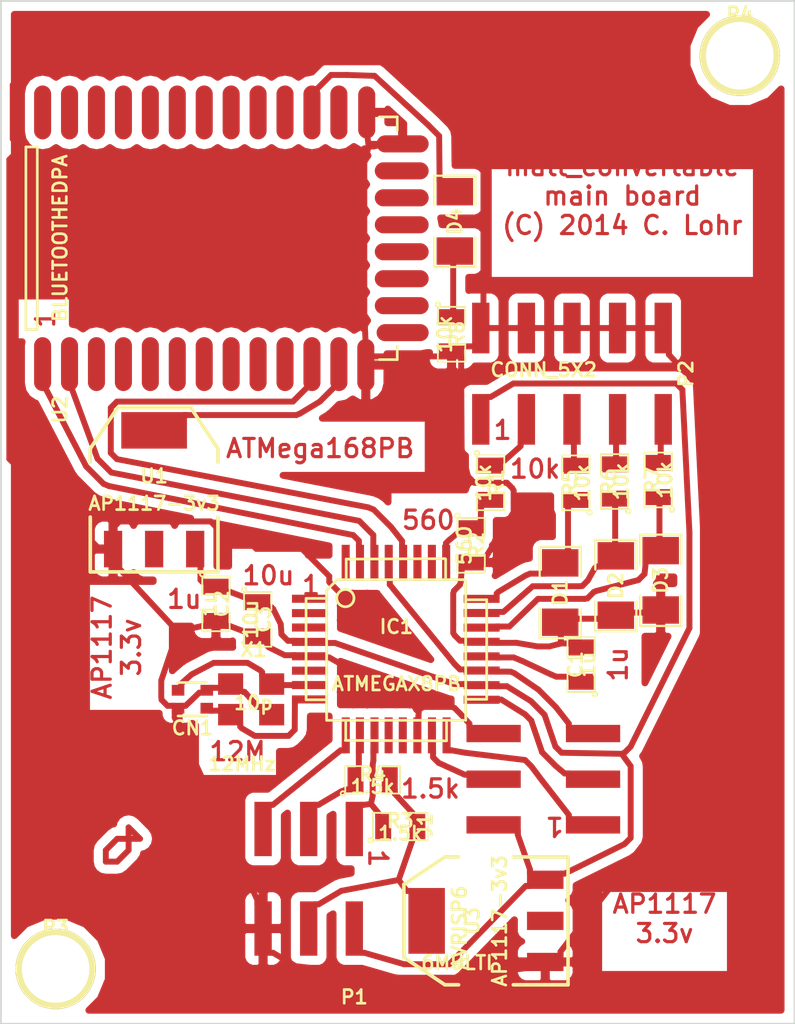
<source format=kicad_pcb>
(kicad_pcb (version 3) (host pcbnew "(2013-jul-07)-stable")

  (general
    (links 70)
    (no_connects 0)
    (area 81.737999 41.605999 126.034001 99.0334)
    (thickness 1.6)
    (drawings 22)
    (tracks 613)
    (zones 0)
    (modules 26)
    (nets 28)
  )

  (page A3)
  (layers
    (15 F.Cu signal)
    (0 B.Cu signal)
    (16 B.Adhes user)
    (17 F.Adhes user)
    (18 B.Paste user)
    (19 F.Paste user)
    (20 B.SilkS user)
    (21 F.SilkS user)
    (22 B.Mask user)
    (23 F.Mask user)
    (24 Dwgs.User user)
    (25 Cmts.User user)
    (26 Eco1.User user)
    (27 Eco2.User user)
    (28 Edge.Cuts user)
  )

  (setup
    (last_trace_width 0.3302)
    (trace_clearance 0.2794)
    (zone_clearance 0.508)
    (zone_45_only no)
    (trace_min 0.2794)
    (segment_width 0.2)
    (edge_width 0.1)
    (via_size 0.889)
    (via_drill 0.635)
    (via_min_size 0.889)
    (via_min_drill 0.508)
    (uvia_size 0.508)
    (uvia_drill 0.127)
    (uvias_allowed no)
    (uvia_min_size 0.508)
    (uvia_min_drill 0.127)
    (pcb_text_width 0.1778)
    (pcb_text_size 1.016 1.016)
    (mod_edge_width 0.15)
    (mod_text_size 0.762 0.762)
    (mod_text_width 0.15)
    (pad_size 1.5 1.5)
    (pad_drill 0.6)
    (pad_to_mask_clearance 0)
    (aux_axis_origin 0 0)
    (visible_elements FFFFFFBF)
    (pcbplotparams
      (layerselection 32768)
      (usegerberextensions false)
      (excludeedgelayer false)
      (linewidth 0.150000)
      (plotframeref false)
      (viasonmask false)
      (mode 1)
      (useauxorigin false)
      (hpglpennumber 1)
      (hpglpenspeed 20)
      (hpglpendiameter 15)
      (hpglpenoverlay 2)
      (psnegative false)
      (psa4output false)
      (plotreference true)
      (plotvalue true)
      (plotothertext true)
      (plotinvisibletext false)
      (padsonsilk false)
      (subtractmaskfromsilk false)
      (outputformat 2)
      (mirror false)
      (drillshape 0)
      (scaleselection 1)
      (outputdirectory ""))
  )

  (net 0 "")
  (net 1 +12V)
  (net 2 +5V)
  (net 3 GND)
  (net 4 N-000001)
  (net 5 N-0000010)
  (net 6 N-0000011)
  (net 7 N-0000014)
  (net 8 N-0000015)
  (net 9 N-0000016)
  (net 10 N-0000017)
  (net 11 N-000002)
  (net 12 N-0000020)
  (net 13 N-0000022)
  (net 14 N-0000023)
  (net 15 N-0000024)
  (net 16 N-0000025)
  (net 17 N-0000026)
  (net 18 N-0000027)
  (net 19 N-000003)
  (net 20 N-000004)
  (net 21 N-0000047)
  (net 22 N-0000049)
  (net 23 N-000005)
  (net 24 N-000006)
  (net 25 N-000007)
  (net 26 N-000008)
  (net 27 N-000009)

  (net_class Default "This is the default net class."
    (clearance 0.2794)
    (trace_width 0.3302)
    (via_dia 0.889)
    (via_drill 0.635)
    (uvia_dia 0.508)
    (uvia_drill 0.127)
    (add_net "")
    (add_net +12V)
    (add_net +5V)
    (add_net GND)
    (add_net N-000001)
    (add_net N-0000010)
    (add_net N-0000011)
    (add_net N-0000014)
    (add_net N-0000015)
    (add_net N-0000016)
    (add_net N-0000017)
    (add_net N-000002)
    (add_net N-0000020)
    (add_net N-0000022)
    (add_net N-0000023)
    (add_net N-0000024)
    (add_net N-0000025)
    (add_net N-0000026)
    (add_net N-0000027)
    (add_net N-000003)
    (add_net N-000004)
    (add_net N-0000047)
    (add_net N-0000049)
    (add_net N-000005)
    (add_net N-000006)
    (add_net N-000007)
    (add_net N-000008)
    (add_net N-000009)
  )

  (module BLUETOOTHEDPA (layer F.Cu) (tedit 54B8941C) (tstamp 54B87C73)
    (at 94.6102 54.8601 90)
    (path /54B86AE4)
    (fp_text reference U2 (at -9.525 -9.525 90) (layer F.SilkS)
      (effects (font (size 0.762 0.762) (thickness 0.15)))
    )
    (fp_text value BLUETOOTHEDPA (at 0 -9.525 90) (layer F.SilkS)
      (effects (font (size 0.762 0.762) (thickness 0.15)))
    )
    (fp_line (start -5.08 -11.43) (end -5.08 -10.795) (layer F.SilkS) (width 0.15))
    (fp_line (start -5.08 -11.43) (end 5.08 -11.43) (layer F.SilkS) (width 0.15))
    (fp_line (start 5.08 -11.43) (end 5.08 -10.795) (layer F.SilkS) (width 0.15))
    (fp_line (start 5.08 -10.795) (end -5.08 -10.795) (layer F.SilkS) (width 0.15))
    (fp_line (start 6 9.25) (end 6.75 9.25) (layer F.SilkS) (width 0.15))
    (fp_line (start 6.75 9.25) (end 6.75 8.25) (layer F.SilkS) (width 0.15))
    (fp_line (start -6.75 9.25) (end -6.75 8.25) (layer F.SilkS) (width 0.15))
    (fp_line (start -6.75 9.25) (end -6 9.25) (layer F.SilkS) (width 0.15))
    (pad 1 smd oval (at -7 -10.5 90) (size 3 0.95)
      (layers F.Cu F.Paste F.Mask)
      (net 4 N-000001)
    )
    (pad 2 smd oval (at -7 -9 90) (size 3 0.95)
      (layers F.Cu F.Paste F.Mask)
      (net 19 N-000003)
    )
    (pad 3 smd oval (at -7 -7.5 90) (size 3 0.95)
      (layers F.Cu F.Paste F.Mask)
    )
    (pad 4 smd oval (at -7 -6 90) (size 3 0.95)
      (layers F.Cu F.Paste F.Mask)
    )
    (pad 5 smd oval (at -7 -4.5 90) (size 3 0.95)
      (layers F.Cu F.Paste F.Mask)
    )
    (pad 6 smd oval (at -7 -3 90) (size 3 0.95)
      (layers F.Cu F.Paste F.Mask)
    )
    (pad 7 smd oval (at -7 -1.5 90) (size 3 0.95)
      (layers F.Cu F.Paste F.Mask)
    )
    (pad 8 smd oval (at -7 0 90) (size 3 0.95)
      (layers F.Cu F.Paste F.Mask)
    )
    (pad 9 smd oval (at -7 1.5 90) (size 3 0.95)
      (layers F.Cu F.Paste F.Mask)
    )
    (pad 10 smd oval (at -7 3 90) (size 3 0.95)
      (layers F.Cu F.Paste F.Mask)
    )
    (pad 11 smd oval (at -7 4.5 90) (size 3 0.95)
      (layers F.Cu F.Paste F.Mask)
      (net 14 N-0000023)
    )
    (pad 12 smd oval (at -7 6 90) (size 3 0.95)
      (layers F.Cu F.Paste F.Mask)
      (net 27 N-000009)
    )
    (pad 13 smd oval (at -7.05 7.5 90) (size 2.9 0.95)
      (layers F.Cu F.Paste F.Mask)
      (net 3 GND)
    )
    (pad 14 smd oval (at -5.25 9.55 180) (size 2.9 0.95)
      (layers F.Cu F.Paste F.Mask)
    )
    (pad 15 smd oval (at -3.75 9.5 180) (size 3 0.95)
      (layers F.Cu F.Paste F.Mask)
    )
    (pad 16 smd oval (at -2.25 9.5 180) (size 3 0.95)
      (layers F.Cu F.Paste F.Mask)
    )
    (pad 17 smd oval (at -0.75 9.5 180) (size 3 0.95)
      (layers F.Cu F.Paste F.Mask)
    )
    (pad 18 smd oval (at 0.75 9.5 180) (size 3 0.95)
      (layers F.Cu F.Paste F.Mask)
    )
    (pad 19 smd oval (at 2.25 9.5 180) (size 3 0.95)
      (layers F.Cu F.Paste F.Mask)
    )
    (pad 20 smd oval (at 3.75 9.5 180) (size 3 0.95)
      (layers F.Cu F.Paste F.Mask)
    )
    (pad 21 smd oval (at 5.25 9.55 180) (size 2.9 0.95)
      (layers F.Cu F.Paste F.Mask)
      (net 3 GND)
    )
    (pad 22 smd oval (at 7 7.55 270) (size 2.9 0.95)
      (layers F.Cu F.Paste F.Mask)
      (net 3 GND)
    )
    (pad 23 smd oval (at 7 6 270) (size 3 0.95)
      (layers F.Cu F.Paste F.Mask)
    )
    (pad 24 smd oval (at 7 4.5 270) (size 3 0.95)
      (layers F.Cu F.Paste F.Mask)
      (net 10 N-0000017)
    )
    (pad 25 smd oval (at 7 3 270) (size 3 0.95)
      (layers F.Cu F.Paste F.Mask)
    )
    (pad 26 smd oval (at 7 1.5 270) (size 3 0.95)
      (layers F.Cu F.Paste F.Mask)
    )
    (pad 27 smd oval (at 7 0 270) (size 3 0.95)
      (layers F.Cu F.Paste F.Mask)
    )
    (pad 28 smd oval (at 7 -1.5 270) (size 3 0.95)
      (layers F.Cu F.Paste F.Mask)
    )
    (pad 29 smd oval (at 7 -3 270) (size 3 0.95)
      (layers F.Cu F.Paste F.Mask)
    )
    (pad 30 smd oval (at 7 -4.5 270) (size 3 0.95)
      (layers F.Cu F.Paste F.Mask)
    )
    (pad 31 smd oval (at 7 -6 270) (size 3 0.95)
      (layers F.Cu F.Paste F.Mask)
    )
    (pad 32 smd oval (at 7 -7.5 270) (size 3 0.95)
      (layers F.Cu F.Paste F.Mask)
    )
    (pad 33 smd oval (at 7 -9 270) (size 3 0.95)
      (layers F.Cu F.Paste F.Mask)
    )
    (pad 34 smd oval (at 7 -10.5 270) (size 3 0.95)
      (layers F.Cu F.Paste F.Mask)
    )
  )

  (module XTAL4P (layer F.Cu) (tedit 50FF11F9) (tstamp 54B87BA1)
    (at 94.5813 79.6579)
    (path /54B86BEE)
    (fp_text reference X1 (at 1.27 -1.905) (layer F.SilkS)
      (effects (font (size 0.762 0.762) (thickness 0.15)))
    )
    (fp_text value 12MHz (at 0.635 4.445) (layer F.SilkS)
      (effects (font (size 0.762 0.762) (thickness 0.15)))
    )
    (pad 4 smd rect (at 0 0) (size 1.397 1.1938)
      (layers F.Cu F.Paste F.Mask)
      (net 3 GND)
    )
    (pad 1 smd rect (at 0 1.7018) (size 1.397 1.1938)
      (layers F.Cu F.Paste F.Mask)
      (net 20 N-000004)
    )
    (pad 3 smd rect (at 2.286 1.7018) (size 1.397 1.1938)
      (layers F.Cu F.Paste F.Mask)
      (net 3 GND)
    )
    (pad 2 smd rect (at 2.286 0) (size 1.397 1.1938)
      (layers F.Cu F.Paste F.Mask)
      (net 23 N-000005)
    )
  )

  (module TQFP32 (layer F.Cu) (tedit 43A670DA) (tstamp 54B87BD7)
    (at 103.8118 77.7371)
    (path /54B866E9)
    (fp_text reference IC1 (at 0 -1.27) (layer F.SilkS)
      (effects (font (size 0.762 0.762) (thickness 0.15)))
    )
    (fp_text value ATMEGAX8PB (at 0 1.905) (layer F.SilkS)
      (effects (font (size 0.762 0.762) (thickness 0.15)))
    )
    (fp_line (start 5.0292 2.7686) (end 3.8862 2.7686) (layer F.SilkS) (width 0.1524))
    (fp_line (start 5.0292 -2.7686) (end 3.9116 -2.7686) (layer F.SilkS) (width 0.1524))
    (fp_line (start 5.0292 2.7686) (end 5.0292 -2.7686) (layer F.SilkS) (width 0.1524))
    (fp_line (start 2.794 3.9624) (end 2.794 5.0546) (layer F.SilkS) (width 0.1524))
    (fp_line (start -2.8194 3.9878) (end -2.8194 5.0546) (layer F.SilkS) (width 0.1524))
    (fp_line (start -2.8448 5.0546) (end 2.794 5.08) (layer F.SilkS) (width 0.1524))
    (fp_line (start -2.794 -5.0292) (end 2.7178 -5.0546) (layer F.SilkS) (width 0.1524))
    (fp_line (start -3.8862 -3.2766) (end -3.8862 3.9116) (layer F.SilkS) (width 0.1524))
    (fp_line (start 2.7432 -5.0292) (end 2.7432 -3.9878) (layer F.SilkS) (width 0.1524))
    (fp_line (start -3.2512 -3.8862) (end 3.81 -3.8862) (layer F.SilkS) (width 0.1524))
    (fp_line (start 3.8608 3.937) (end 3.8608 -3.7846) (layer F.SilkS) (width 0.1524))
    (fp_line (start -3.8862 3.937) (end 3.7338 3.937) (layer F.SilkS) (width 0.1524))
    (fp_line (start -5.0292 -2.8448) (end -5.0292 2.794) (layer F.SilkS) (width 0.1524))
    (fp_line (start -5.0292 2.794) (end -3.8862 2.794) (layer F.SilkS) (width 0.1524))
    (fp_line (start -3.87604 -3.302) (end -3.29184 -3.8862) (layer F.SilkS) (width 0.1524))
    (fp_line (start -5.02412 -2.8448) (end -3.87604 -2.8448) (layer F.SilkS) (width 0.1524))
    (fp_line (start -2.794 -3.8862) (end -2.794 -5.03428) (layer F.SilkS) (width 0.1524))
    (fp_circle (center -2.83972 -2.86004) (end -2.43332 -2.60604) (layer F.SilkS) (width 0.1524))
    (pad 8 smd rect (at -4.81584 2.77622) (size 1.99898 0.44958)
      (layers F.Cu F.Paste F.Mask)
      (net 20 N-000004)
    )
    (pad 7 smd rect (at -4.81584 1.97612) (size 1.99898 0.44958)
      (layers F.Cu F.Paste F.Mask)
      (net 23 N-000005)
    )
    (pad 6 smd rect (at -4.81584 1.17602) (size 1.99898 0.44958)
      (layers F.Cu F.Paste F.Mask)
    )
    (pad 5 smd rect (at -4.81584 0.37592) (size 1.99898 0.44958)
      (layers F.Cu F.Paste F.Mask)
      (net 3 GND)
    )
    (pad 4 smd rect (at -4.81584 -0.42418) (size 1.99898 0.44958)
      (layers F.Cu F.Paste F.Mask)
      (net 2 +5V)
    )
    (pad 3 smd rect (at -4.81584 -1.22428) (size 1.99898 0.44958)
      (layers F.Cu F.Paste F.Mask)
    )
    (pad 2 smd rect (at -4.81584 -2.02438) (size 1.99898 0.44958)
      (layers F.Cu F.Paste F.Mask)
    )
    (pad 1 smd rect (at -4.81584 -2.82448) (size 1.99898 0.44958)
      (layers F.Cu F.Paste F.Mask)
    )
    (pad 24 smd rect (at 4.7498 -2.8194) (size 1.99898 0.44958)
      (layers F.Cu F.Paste F.Mask)
      (net 15 N-0000024)
    )
    (pad 17 smd rect (at 4.7498 2.794) (size 1.99898 0.44958)
      (layers F.Cu F.Paste F.Mask)
      (net 21 N-0000047)
    )
    (pad 18 smd rect (at 4.7498 1.9812) (size 1.99898 0.44958)
      (layers F.Cu F.Paste F.Mask)
      (net 2 +5V)
    )
    (pad 19 smd rect (at 4.7498 1.1684) (size 1.99898 0.44958)
      (layers F.Cu F.Paste F.Mask)
      (net 13 N-0000022)
    )
    (pad 20 smd rect (at 4.7498 0.381) (size 1.99898 0.44958)
      (layers F.Cu F.Paste F.Mask)
      (net 25 N-000007)
    )
    (pad 21 smd rect (at 4.7498 -0.4318) (size 1.99898 0.44958)
      (layers F.Cu F.Paste F.Mask)
      (net 3 GND)
    )
    (pad 22 smd rect (at 4.7498 -1.2192) (size 1.99898 0.44958)
      (layers F.Cu F.Paste F.Mask)
      (net 17 N-0000026)
    )
    (pad 23 smd rect (at 4.7498 -2.032) (size 1.99898 0.44958)
      (layers F.Cu F.Paste F.Mask)
      (net 16 N-0000025)
    )
    (pad 32 smd rect (at -2.82448 -4.826) (size 0.44958 1.99898)
      (layers F.Cu F.Paste F.Mask)
    )
    (pad 31 smd rect (at -2.02692 -4.826) (size 0.44958 1.99898)
      (layers F.Cu F.Paste F.Mask)
      (net 4 N-000001)
    )
    (pad 30 smd rect (at -1.22428 -4.826) (size 0.44958 1.99898)
      (layers F.Cu F.Paste F.Mask)
      (net 19 N-000003)
    )
    (pad 29 smd rect (at -0.42672 -4.826) (size 0.44958 1.99898)
      (layers F.Cu F.Paste F.Mask)
      (net 13 N-0000022)
    )
    (pad 28 smd rect (at 0.37592 -4.826) (size 0.44958 1.99898)
      (layers F.Cu F.Paste F.Mask)
      (net 14 N-0000023)
    )
    (pad 27 smd rect (at 1.17348 -4.826) (size 0.44958 1.99898)
      (layers F.Cu F.Paste F.Mask)
    )
    (pad 26 smd rect (at 1.97612 -4.826) (size 0.44958 1.99898)
      (layers F.Cu F.Paste F.Mask)
    )
    (pad 25 smd rect (at 2.77368 -4.826) (size 0.44958 1.99898)
      (layers F.Cu F.Paste F.Mask)
      (net 11 N-000002)
    )
    (pad 9 smd rect (at -2.8194 4.7752) (size 0.44958 1.99898)
      (layers F.Cu F.Paste F.Mask)
      (net 6 N-0000011)
    )
    (pad 10 smd rect (at -2.032 4.7752) (size 0.44958 1.99898)
      (layers F.Cu F.Paste F.Mask)
      (net 5 N-0000010)
    )
    (pad 11 smd rect (at -1.2192 4.7752) (size 0.44958 1.99898)
      (layers F.Cu F.Paste F.Mask)
      (net 26 N-000008)
    )
    (pad 12 smd rect (at -0.4318 4.7752) (size 0.44958 1.99898)
      (layers F.Cu F.Paste F.Mask)
    )
    (pad 13 smd rect (at 0.3556 4.7752) (size 0.44958 1.99898)
      (layers F.Cu F.Paste F.Mask)
    )
    (pad 14 smd rect (at 1.1684 4.7752) (size 0.44958 1.99898)
      (layers F.Cu F.Paste F.Mask)
      (net 3 GND)
    )
    (pad 15 smd rect (at 1.9812 4.7752) (size 0.44958 1.99898)
      (layers F.Cu F.Paste F.Mask)
      (net 18 N-0000027)
    )
    (pad 16 smd rect (at 2.794 4.7752) (size 0.44958 1.99898)
      (layers F.Cu F.Paste F.Mask)
      (net 22 N-0000049)
    )
    (model smd/tqfp32.wrl
      (at (xyz 0 0 0))
      (scale (xyz 1 1 1))
      (rotate (xyz 0 0 0))
    )
  )

  (module SOT223 (layer F.Cu) (tedit 200000) (tstamp 54B87BE7)
    (at 90.3211 68.8467)
    (descr "module CMS SOT223 4 pins")
    (tags "CMS SOT")
    (path /54B86B34)
    (attr smd)
    (fp_text reference U1 (at 0 -0.762) (layer F.SilkS)
      (effects (font (size 0.762 0.762) (thickness 0.15)))
    )
    (fp_text value AP1117-3v3 (at 0 0.762) (layer F.SilkS)
      (effects (font (size 0.762 0.762) (thickness 0.15)))
    )
    (fp_line (start -3.556 1.524) (end -3.556 4.572) (layer F.SilkS) (width 0.2032))
    (fp_line (start -3.556 4.572) (end 3.556 4.572) (layer F.SilkS) (width 0.2032))
    (fp_line (start 3.556 4.572) (end 3.556 1.524) (layer F.SilkS) (width 0.2032))
    (fp_line (start -3.556 -1.524) (end -3.556 -2.286) (layer F.SilkS) (width 0.2032))
    (fp_line (start -3.556 -2.286) (end -2.032 -4.572) (layer F.SilkS) (width 0.2032))
    (fp_line (start -2.032 -4.572) (end 2.032 -4.572) (layer F.SilkS) (width 0.2032))
    (fp_line (start 2.032 -4.572) (end 3.556 -2.286) (layer F.SilkS) (width 0.2032))
    (fp_line (start 3.556 -2.286) (end 3.556 -1.524) (layer F.SilkS) (width 0.2032))
    (pad 4 smd rect (at 0 -3.302) (size 3.6576 2.032)
      (layers F.Cu F.Paste F.Mask)
      (net 27 N-000009)
    )
    (pad 2 smd rect (at 0 3.302) (size 1.016 2.032)
      (layers F.Cu F.Paste F.Mask)
    )
    (pad 3 smd rect (at 2.286 3.302) (size 1.016 2.032)
      (layers F.Cu F.Paste F.Mask)
      (net 2 +5V)
    )
    (pad 1 smd rect (at -2.286 3.302) (size 1.016 2.032)
      (layers F.Cu F.Paste F.Mask)
      (net 3 GND)
    )
    (model smd/SOT223.wrl
      (at (xyz 0 0 0))
      (scale (xyz 0.4 0.4 0.4))
      (rotate (xyz 0 0 0))
    )
  )

  (module SM0805 (layer F.Cu) (tedit 5091495C) (tstamp 54B87BF4)
    (at 114.1016 78.575 90)
    (path /54B867D4)
    (attr smd)
    (fp_text reference C1 (at 0 -0.3175 90) (layer F.SilkS)
      (effects (font (size 0.762 0.762) (thickness 0.15)))
    )
    (fp_text value 1u (at 0 0.381 90) (layer F.SilkS)
      (effects (font (size 0.762 0.762) (thickness 0.15)))
    )
    (fp_circle (center -1.651 0.762) (end -1.651 0.635) (layer F.SilkS) (width 0.09906))
    (fp_line (start -0.508 0.762) (end -1.524 0.762) (layer F.SilkS) (width 0.09906))
    (fp_line (start -1.524 0.762) (end -1.524 -0.762) (layer F.SilkS) (width 0.09906))
    (fp_line (start -1.524 -0.762) (end -0.508 -0.762) (layer F.SilkS) (width 0.09906))
    (fp_line (start 0.508 -0.762) (end 1.524 -0.762) (layer F.SilkS) (width 0.09906))
    (fp_line (start 1.524 -0.762) (end 1.524 0.762) (layer F.SilkS) (width 0.09906))
    (fp_line (start 1.524 0.762) (end 0.508 0.762) (layer F.SilkS) (width 0.09906))
    (pad 1 smd rect (at -0.9525 0 90) (size 0.889 1.397)
      (layers F.Cu F.Paste F.Mask)
      (net 25 N-000007)
    )
    (pad 2 smd rect (at 0.9525 0 90) (size 0.889 1.397)
      (layers F.Cu F.Paste F.Mask)
      (net 3 GND)
    )
    (model smd/chip_cms.wrl
      (at (xyz 0 0 0))
      (scale (xyz 0.1 0.1 0.1))
      (rotate (xyz 0 0 0))
    )
  )

  (module SM0805 (layer F.Cu) (tedit 5091495C) (tstamp 54B87C01)
    (at 93.7649 75.1941 270)
    (path /54B86819)
    (attr smd)
    (fp_text reference C2 (at 0 -0.3175 270) (layer F.SilkS)
      (effects (font (size 0.762 0.762) (thickness 0.15)))
    )
    (fp_text value 1u (at 0 0.381 270) (layer F.SilkS)
      (effects (font (size 0.762 0.762) (thickness 0.15)))
    )
    (fp_circle (center -1.651 0.762) (end -1.651 0.635) (layer F.SilkS) (width 0.09906))
    (fp_line (start -0.508 0.762) (end -1.524 0.762) (layer F.SilkS) (width 0.09906))
    (fp_line (start -1.524 0.762) (end -1.524 -0.762) (layer F.SilkS) (width 0.09906))
    (fp_line (start -1.524 -0.762) (end -0.508 -0.762) (layer F.SilkS) (width 0.09906))
    (fp_line (start 0.508 -0.762) (end 1.524 -0.762) (layer F.SilkS) (width 0.09906))
    (fp_line (start 1.524 -0.762) (end 1.524 0.762) (layer F.SilkS) (width 0.09906))
    (fp_line (start 1.524 0.762) (end 0.508 0.762) (layer F.SilkS) (width 0.09906))
    (pad 1 smd rect (at -0.9525 0 270) (size 0.889 1.397)
      (layers F.Cu F.Paste F.Mask)
      (net 2 +5V)
    )
    (pad 2 smd rect (at 0.9525 0 270) (size 0.889 1.397)
      (layers F.Cu F.Paste F.Mask)
      (net 3 GND)
    )
    (model smd/chip_cms.wrl
      (at (xyz 0 0 0))
      (scale (xyz 0.1 0.1 0.1))
      (rotate (xyz 0 0 0))
    )
  )

  (module SM0805 (layer F.Cu) (tedit 5091495C) (tstamp 54B87C0E)
    (at 96.0885 76.056 270)
    (path /54B8681F)
    (attr smd)
    (fp_text reference C3 (at 0 -0.3175 270) (layer F.SilkS)
      (effects (font (size 0.762 0.762) (thickness 0.15)))
    )
    (fp_text value 10u (at 0 0.381 270) (layer F.SilkS)
      (effects (font (size 0.762 0.762) (thickness 0.15)))
    )
    (fp_circle (center -1.651 0.762) (end -1.651 0.635) (layer F.SilkS) (width 0.09906))
    (fp_line (start -0.508 0.762) (end -1.524 0.762) (layer F.SilkS) (width 0.09906))
    (fp_line (start -1.524 0.762) (end -1.524 -0.762) (layer F.SilkS) (width 0.09906))
    (fp_line (start -1.524 -0.762) (end -0.508 -0.762) (layer F.SilkS) (width 0.09906))
    (fp_line (start 0.508 -0.762) (end 1.524 -0.762) (layer F.SilkS) (width 0.09906))
    (fp_line (start 1.524 -0.762) (end 1.524 0.762) (layer F.SilkS) (width 0.09906))
    (fp_line (start 1.524 0.762) (end 0.508 0.762) (layer F.SilkS) (width 0.09906))
    (pad 1 smd rect (at -0.9525 0 270) (size 0.889 1.397)
      (layers F.Cu F.Paste F.Mask)
      (net 2 +5V)
    )
    (pad 2 smd rect (at 0.9525 0 270) (size 0.889 1.397)
      (layers F.Cu F.Paste F.Mask)
      (net 3 GND)
    )
    (model smd/chip_cms.wrl
      (at (xyz 0 0 0))
      (scale (xyz 0.1 0.1 0.1))
      (rotate (xyz 0 0 0))
    )
  )

  (module SM0805 (layer F.Cu) (tedit 5091495C) (tstamp 54B87C1B)
    (at 109.059 68.46 270)
    (path /54B87127)
    (attr smd)
    (fp_text reference R1 (at 0 -0.3175 270) (layer F.SilkS)
      (effects (font (size 0.762 0.762) (thickness 0.15)))
    )
    (fp_text value 10k (at 0 0.381 270) (layer F.SilkS)
      (effects (font (size 0.762 0.762) (thickness 0.15)))
    )
    (fp_circle (center -1.651 0.762) (end -1.651 0.635) (layer F.SilkS) (width 0.09906))
    (fp_line (start -0.508 0.762) (end -1.524 0.762) (layer F.SilkS) (width 0.09906))
    (fp_line (start -1.524 0.762) (end -1.524 -0.762) (layer F.SilkS) (width 0.09906))
    (fp_line (start -1.524 -0.762) (end -0.508 -0.762) (layer F.SilkS) (width 0.09906))
    (fp_line (start 0.508 -0.762) (end 1.524 -0.762) (layer F.SilkS) (width 0.09906))
    (fp_line (start 1.524 -0.762) (end 1.524 0.762) (layer F.SilkS) (width 0.09906))
    (fp_line (start 1.524 0.762) (end 0.508 0.762) (layer F.SilkS) (width 0.09906))
    (pad 1 smd rect (at -0.9525 0 270) (size 0.889 1.397)
      (layers F.Cu F.Paste F.Mask)
      (net 1 +12V)
    )
    (pad 2 smd rect (at 0.9525 0 270) (size 0.889 1.397)
      (layers F.Cu F.Paste F.Mask)
      (net 11 N-000002)
    )
    (model smd/chip_cms.wrl
      (at (xyz 0 0 0))
      (scale (xyz 0.1 0.1 0.1))
      (rotate (xyz 0 0 0))
    )
  )

  (module SM0805 (layer F.Cu) (tedit 5091495C) (tstamp 54B87C28)
    (at 107.9756 71.9416 270)
    (path /54B87134)
    (attr smd)
    (fp_text reference R2 (at 0 -0.3175 270) (layer F.SilkS)
      (effects (font (size 0.762 0.762) (thickness 0.15)))
    )
    (fp_text value 560 (at 0 0.381 270) (layer F.SilkS)
      (effects (font (size 0.762 0.762) (thickness 0.15)))
    )
    (fp_circle (center -1.651 0.762) (end -1.651 0.635) (layer F.SilkS) (width 0.09906))
    (fp_line (start -0.508 0.762) (end -1.524 0.762) (layer F.SilkS) (width 0.09906))
    (fp_line (start -1.524 0.762) (end -1.524 -0.762) (layer F.SilkS) (width 0.09906))
    (fp_line (start -1.524 -0.762) (end -0.508 -0.762) (layer F.SilkS) (width 0.09906))
    (fp_line (start 0.508 -0.762) (end 1.524 -0.762) (layer F.SilkS) (width 0.09906))
    (fp_line (start 1.524 -0.762) (end 1.524 0.762) (layer F.SilkS) (width 0.09906))
    (fp_line (start 1.524 0.762) (end 0.508 0.762) (layer F.SilkS) (width 0.09906))
    (pad 1 smd rect (at -0.9525 0 270) (size 0.889 1.397)
      (layers F.Cu F.Paste F.Mask)
      (net 11 N-000002)
    )
    (pad 2 smd rect (at 0.9525 0 270) (size 0.889 1.397)
      (layers F.Cu F.Paste F.Mask)
      (net 3 GND)
    )
    (model smd/chip_cms.wrl
      (at (xyz 0 0 0))
      (scale (xyz 0.1 0.1 0.1))
      (rotate (xyz 0 0 0))
    )
  )

  (module RIBBON6SMT (layer F.Cu) (tedit 50FF1173) (tstamp 54B87C32)
    (at 101.4687 93.2575 180)
    (path /54B86722)
    (fp_text reference P1 (at 0 -3.81 180) (layer F.SilkS)
      (effects (font (size 0.762 0.762) (thickness 0.15)))
    )
    (fp_text value 6MULTI (at -5.715 -1.905 180) (layer F.SilkS)
      (effects (font (size 0.762 0.762) (thickness 0.15)))
    )
    (pad 2 smd rect (at 0 0 180) (size 0.9652 3.0226)
      (layers F.Cu F.Paste F.Mask)
      (net 2 +5V)
    )
    (pad 4 smd rect (at 2.54 0 180) (size 0.9652 3.0226)
      (layers F.Cu F.Paste F.Mask)
      (net 24 N-000006)
    )
    (pad 6 smd rect (at 5.08 0 180) (size 0.9652 3.0226)
      (layers F.Cu F.Paste F.Mask)
      (net 3 GND)
    )
    (pad 1 smd rect (at 0 5.5372 180) (size 0.9652 3.0226)
      (layers F.Cu F.Paste F.Mask)
      (net 26 N-000008)
    )
    (pad 3 smd rect (at 2.54 5.5372 180) (size 0.9652 3.0226)
      (layers F.Cu F.Paste F.Mask)
      (net 5 N-0000010)
    )
    (pad 5 smd rect (at 5.08 5.5372 180) (size 0.9652 3.0226)
      (layers F.Cu F.Paste F.Mask)
      (net 6 N-0000011)
    )
  )

  (module RIBBON6SMT (layer F.Cu) (tedit 50FF1173) (tstamp 54B87C3C)
    (at 109.2263 87.4904 90)
    (path /54B86731)
    (fp_text reference J1 (at 0 -3.81 90) (layer F.SilkS)
      (effects (font (size 0.762 0.762) (thickness 0.15)))
    )
    (fp_text value AVRISP6 (at -5.715 -1.905 90) (layer F.SilkS)
      (effects (font (size 0.762 0.762) (thickness 0.15)))
    )
    (pad 2 smd rect (at 0 0 90) (size 0.9652 3.0226)
      (layers F.Cu F.Paste F.Mask)
      (net 2 +5V)
    )
    (pad 4 smd rect (at 2.54 0 90) (size 0.9652 3.0226)
      (layers F.Cu F.Paste F.Mask)
      (net 18 N-0000027)
    )
    (pad 6 smd rect (at 5.08 0 90) (size 0.9652 3.0226)
      (layers F.Cu F.Paste F.Mask)
      (net 3 GND)
    )
    (pad 1 smd rect (at 0 5.5372 90) (size 0.9652 3.0226)
      (layers F.Cu F.Paste F.Mask)
      (net 22 N-0000049)
    )
    (pad 3 smd rect (at 2.54 5.5372 90) (size 0.9652 3.0226)
      (layers F.Cu F.Paste F.Mask)
      (net 21 N-0000047)
    )
    (pad 5 smd rect (at 5.08 5.5372 90) (size 0.9652 3.0226)
      (layers F.Cu F.Paste F.Mask)
      (net 13 N-0000022)
    )
  )

  (module NETWORK0606 (layer F.Cu) (tedit 53E6386D) (tstamp 54B87C46)
    (at 92.453 80.5024 180)
    (path /54B86CEB)
    (fp_text reference CN1 (at 0 -1.6 180) (layer F.SilkS)
      (effects (font (size 0.762 0.762) (thickness 0.15)))
    )
    (fp_text value 10p (at -3.4 -0.2 180) (layer F.SilkS)
      (effects (font (size 0.762 0.762) (thickness 0.15)))
    )
    (fp_line (start 0.8 -0.93) (end -0.8 -0.93) (layer F.SilkS) (width 0.15))
    (fp_line (start -0.78 0.93) (end 0.82 0.93) (layer F.SilkS) (width 0.15))
    (pad 1 smd rect (at -0.8 -0.5 180) (size 0.7 0.6)
      (layers F.Cu F.Paste F.Mask)
      (net 20 N-000004)
    )
    (pad 2 smd rect (at 0.8 -0.5 180) (size 0.7 0.6)
      (layers F.Cu F.Paste F.Mask)
      (net 3 GND)
    )
    (pad 3 smd rect (at -0.8 0.5 180) (size 0.7 0.6)
      (layers F.Cu F.Paste F.Mask)
      (net 3 GND)
    )
    (pad 4 smd rect (at 0.8 0.5 180) (size 0.7 0.6)
      (layers F.Cu F.Paste F.Mask)
      (net 23 N-000005)
    )
  )

  (module SM0805 (layer F.Cu) (tedit 5091495C) (tstamp 54B87DAF)
    (at 104.0292 87.5844)
    (path /54B87E7A)
    (attr smd)
    (fp_text reference R3 (at 0 -0.3175) (layer F.SilkS)
      (effects (font (size 0.762 0.762) (thickness 0.15)))
    )
    (fp_text value 1.5k (at 0 0.381) (layer F.SilkS)
      (effects (font (size 0.762 0.762) (thickness 0.15)))
    )
    (fp_circle (center -1.651 0.762) (end -1.651 0.635) (layer F.SilkS) (width 0.09906))
    (fp_line (start -0.508 0.762) (end -1.524 0.762) (layer F.SilkS) (width 0.09906))
    (fp_line (start -1.524 0.762) (end -1.524 -0.762) (layer F.SilkS) (width 0.09906))
    (fp_line (start -1.524 -0.762) (end -0.508 -0.762) (layer F.SilkS) (width 0.09906))
    (fp_line (start 0.508 -0.762) (end 1.524 -0.762) (layer F.SilkS) (width 0.09906))
    (fp_line (start 1.524 -0.762) (end 1.524 0.762) (layer F.SilkS) (width 0.09906))
    (fp_line (start 1.524 0.762) (end 0.508 0.762) (layer F.SilkS) (width 0.09906))
    (pad 1 smd rect (at -0.9525 0) (size 0.889 1.397)
      (layers F.Cu F.Paste F.Mask)
      (net 26 N-000008)
    )
    (pad 2 smd rect (at 0.9525 0) (size 0.889 1.397)
      (layers F.Cu F.Paste F.Mask)
      (net 24 N-000006)
    )
    (model smd/chip_cms.wrl
      (at (xyz 0 0 0))
      (scale (xyz 0.1 0.1 0.1))
      (rotate (xyz 0 0 0))
    )
  )

  (module SM0805 (layer F.Cu) (tedit 5091495C) (tstamp 54B87DBC)
    (at 102.4887 84.9854)
    (path /54B87E87)
    (attr smd)
    (fp_text reference R4 (at 0 -0.3175) (layer F.SilkS)
      (effects (font (size 0.762 0.762) (thickness 0.15)))
    )
    (fp_text value 1.5k (at 0 0.381) (layer F.SilkS)
      (effects (font (size 0.762 0.762) (thickness 0.15)))
    )
    (fp_circle (center -1.651 0.762) (end -1.651 0.635) (layer F.SilkS) (width 0.09906))
    (fp_line (start -0.508 0.762) (end -1.524 0.762) (layer F.SilkS) (width 0.09906))
    (fp_line (start -1.524 0.762) (end -1.524 -0.762) (layer F.SilkS) (width 0.09906))
    (fp_line (start -1.524 -0.762) (end -0.508 -0.762) (layer F.SilkS) (width 0.09906))
    (fp_line (start 0.508 -0.762) (end 1.524 -0.762) (layer F.SilkS) (width 0.09906))
    (fp_line (start 1.524 -0.762) (end 1.524 0.762) (layer F.SilkS) (width 0.09906))
    (fp_line (start 1.524 0.762) (end 0.508 0.762) (layer F.SilkS) (width 0.09906))
    (pad 1 smd rect (at -0.9525 0) (size 0.889 1.397)
      (layers F.Cu F.Paste F.Mask)
      (net 5 N-0000010)
    )
    (pad 2 smd rect (at 0.9525 0) (size 0.889 1.397)
      (layers F.Cu F.Paste F.Mask)
      (net 24 N-000006)
    )
    (model smd/chip_cms.wrl
      (at (xyz 0 0 0))
      (scale (xyz 0.1 0.1 0.1))
      (rotate (xyz 0 0 0))
    )
  )

  (module SOT223 (layer F.Cu) (tedit 200000) (tstamp 54B87EBF)
    (at 108.7999 92.8308 90)
    (descr "module CMS SOT223 4 pins")
    (tags "CMS SOT")
    (path /54B882B8)
    (attr smd)
    (fp_text reference U3 (at 0 -0.762 90) (layer F.SilkS)
      (effects (font (size 0.762 0.762) (thickness 0.15)))
    )
    (fp_text value AP1117-3v3 (at 0 0.762 90) (layer F.SilkS)
      (effects (font (size 0.762 0.762) (thickness 0.15)))
    )
    (fp_line (start -3.556 1.524) (end -3.556 4.572) (layer F.SilkS) (width 0.2032))
    (fp_line (start -3.556 4.572) (end 3.556 4.572) (layer F.SilkS) (width 0.2032))
    (fp_line (start 3.556 4.572) (end 3.556 1.524) (layer F.SilkS) (width 0.2032))
    (fp_line (start -3.556 -1.524) (end -3.556 -2.286) (layer F.SilkS) (width 0.2032))
    (fp_line (start -3.556 -2.286) (end -2.032 -4.572) (layer F.SilkS) (width 0.2032))
    (fp_line (start -2.032 -4.572) (end 2.032 -4.572) (layer F.SilkS) (width 0.2032))
    (fp_line (start 2.032 -4.572) (end 3.556 -2.286) (layer F.SilkS) (width 0.2032))
    (fp_line (start 3.556 -2.286) (end 3.556 -1.524) (layer F.SilkS) (width 0.2032))
    (pad 4 smd rect (at 0 -3.302 90) (size 3.6576 2.032)
      (layers F.Cu F.Paste F.Mask)
      (net 24 N-000006)
    )
    (pad 2 smd rect (at 0 3.302 90) (size 1.016 2.032)
      (layers F.Cu F.Paste F.Mask)
    )
    (pad 3 smd rect (at 2.286 3.302 90) (size 1.016 2.032)
      (layers F.Cu F.Paste F.Mask)
      (net 2 +5V)
    )
    (pad 1 smd rect (at -2.286 3.302 90) (size 1.016 2.032)
      (layers F.Cu F.Paste F.Mask)
      (net 3 GND)
    )
    (model smd/SOT223.wrl
      (at (xyz 0 0 0))
      (scale (xyz 0.4 0.4 0.4))
      (rotate (xyz 0 0 0))
    )
  )

  (module SM1206 (layer F.Cu) (tedit 42806E24) (tstamp 54B887B5)
    (at 112.9347 74.5679 270)
    (path /54B88C8B)
    (attr smd)
    (fp_text reference D1 (at 0 0 270) (layer F.SilkS)
      (effects (font (size 0.762 0.762) (thickness 0.15)))
    )
    (fp_text value LED (at 0 0 270) (layer F.SilkS) hide
      (effects (font (size 0.762 0.762) (thickness 0.15)))
    )
    (fp_line (start -2.54 -1.143) (end -2.54 1.143) (layer F.SilkS) (width 0.127))
    (fp_line (start -2.54 1.143) (end -0.889 1.143) (layer F.SilkS) (width 0.127))
    (fp_line (start 0.889 -1.143) (end 2.54 -1.143) (layer F.SilkS) (width 0.127))
    (fp_line (start 2.54 -1.143) (end 2.54 1.143) (layer F.SilkS) (width 0.127))
    (fp_line (start 2.54 1.143) (end 0.889 1.143) (layer F.SilkS) (width 0.127))
    (fp_line (start -0.889 -1.143) (end -2.54 -1.143) (layer F.SilkS) (width 0.127))
    (pad 1 smd rect (at -1.651 0 270) (size 1.524 2.032)
      (layers F.Cu F.Paste F.Mask)
      (net 15 N-0000024)
    )
    (pad 2 smd rect (at 1.651 0 270) (size 1.524 2.032)
      (layers F.Cu F.Paste F.Mask)
      (net 3 GND)
    )
    (model smd/chip_cms.wrl
      (at (xyz 0 0 0))
      (scale (xyz 0.17 0.16 0.16))
      (rotate (xyz 0 0 0))
    )
  )

  (module SM1206 (layer F.Cu) (tedit 42806E24) (tstamp 54B887C1)
    (at 116.0323 74.1765 270)
    (path /54B88CAA)
    (attr smd)
    (fp_text reference D2 (at 0 0 270) (layer F.SilkS)
      (effects (font (size 0.762 0.762) (thickness 0.15)))
    )
    (fp_text value LED (at 0 0 270) (layer F.SilkS) hide
      (effects (font (size 0.762 0.762) (thickness 0.15)))
    )
    (fp_line (start -2.54 -1.143) (end -2.54 1.143) (layer F.SilkS) (width 0.127))
    (fp_line (start -2.54 1.143) (end -0.889 1.143) (layer F.SilkS) (width 0.127))
    (fp_line (start 0.889 -1.143) (end 2.54 -1.143) (layer F.SilkS) (width 0.127))
    (fp_line (start 2.54 -1.143) (end 2.54 1.143) (layer F.SilkS) (width 0.127))
    (fp_line (start 2.54 1.143) (end 0.889 1.143) (layer F.SilkS) (width 0.127))
    (fp_line (start -0.889 -1.143) (end -2.54 -1.143) (layer F.SilkS) (width 0.127))
    (pad 1 smd rect (at -1.651 0 270) (size 1.524 2.032)
      (layers F.Cu F.Paste F.Mask)
      (net 16 N-0000025)
    )
    (pad 2 smd rect (at 1.651 0 270) (size 1.524 2.032)
      (layers F.Cu F.Paste F.Mask)
      (net 3 GND)
    )
    (model smd/chip_cms.wrl
      (at (xyz 0 0 0))
      (scale (xyz 0.17 0.16 0.16))
      (rotate (xyz 0 0 0))
    )
  )

  (module SM1206 (layer F.Cu) (tedit 42806E24) (tstamp 54B887CD)
    (at 118.5314 73.8865 270)
    (path /54B88CB0)
    (attr smd)
    (fp_text reference D3 (at 0 0 270) (layer F.SilkS)
      (effects (font (size 0.762 0.762) (thickness 0.15)))
    )
    (fp_text value LED (at 0 0 270) (layer F.SilkS) hide
      (effects (font (size 0.762 0.762) (thickness 0.15)))
    )
    (fp_line (start -2.54 -1.143) (end -2.54 1.143) (layer F.SilkS) (width 0.127))
    (fp_line (start -2.54 1.143) (end -0.889 1.143) (layer F.SilkS) (width 0.127))
    (fp_line (start 0.889 -1.143) (end 2.54 -1.143) (layer F.SilkS) (width 0.127))
    (fp_line (start 2.54 -1.143) (end 2.54 1.143) (layer F.SilkS) (width 0.127))
    (fp_line (start 2.54 1.143) (end 0.889 1.143) (layer F.SilkS) (width 0.127))
    (fp_line (start -0.889 -1.143) (end -2.54 -1.143) (layer F.SilkS) (width 0.127))
    (pad 1 smd rect (at -1.651 0 270) (size 1.524 2.032)
      (layers F.Cu F.Paste F.Mask)
      (net 17 N-0000026)
    )
    (pad 2 smd rect (at 1.651 0 270) (size 1.524 2.032)
      (layers F.Cu F.Paste F.Mask)
      (net 3 GND)
    )
    (model smd/chip_cms.wrl
      (at (xyz 0 0 0))
      (scale (xyz 0.17 0.16 0.16))
      (rotate (xyz 0 0 0))
    )
  )

  (module SM0805 (layer F.Cu) (tedit 5091495C) (tstamp 54B887DA)
    (at 115.959 68.3906 90)
    (path /54B88C77)
    (attr smd)
    (fp_text reference R6 (at 0 -0.3175 90) (layer F.SilkS)
      (effects (font (size 0.762 0.762) (thickness 0.15)))
    )
    (fp_text value 10k (at 0 0.381 90) (layer F.SilkS)
      (effects (font (size 0.762 0.762) (thickness 0.15)))
    )
    (fp_circle (center -1.651 0.762) (end -1.651 0.635) (layer F.SilkS) (width 0.09906))
    (fp_line (start -0.508 0.762) (end -1.524 0.762) (layer F.SilkS) (width 0.09906))
    (fp_line (start -1.524 0.762) (end -1.524 -0.762) (layer F.SilkS) (width 0.09906))
    (fp_line (start -1.524 -0.762) (end -0.508 -0.762) (layer F.SilkS) (width 0.09906))
    (fp_line (start 0.508 -0.762) (end 1.524 -0.762) (layer F.SilkS) (width 0.09906))
    (fp_line (start 1.524 -0.762) (end 1.524 0.762) (layer F.SilkS) (width 0.09906))
    (fp_line (start 1.524 0.762) (end 0.508 0.762) (layer F.SilkS) (width 0.09906))
    (pad 1 smd rect (at -0.9525 0 90) (size 0.889 1.397)
      (layers F.Cu F.Paste F.Mask)
      (net 16 N-0000025)
    )
    (pad 2 smd rect (at 0.9525 0 90) (size 0.889 1.397)
      (layers F.Cu F.Paste F.Mask)
      (net 9 N-0000016)
    )
    (model smd/chip_cms.wrl
      (at (xyz 0 0 0))
      (scale (xyz 0.1 0.1 0.1))
      (rotate (xyz 0 0 0))
    )
  )

  (module SM0805 (layer F.Cu) (tedit 5091495C) (tstamp 54B887E7)
    (at 118.3945 68.3053 90)
    (path /54B88C7D)
    (attr smd)
    (fp_text reference R7 (at 0 -0.3175 90) (layer F.SilkS)
      (effects (font (size 0.762 0.762) (thickness 0.15)))
    )
    (fp_text value 10k (at 0 0.381 90) (layer F.SilkS)
      (effects (font (size 0.762 0.762) (thickness 0.15)))
    )
    (fp_circle (center -1.651 0.762) (end -1.651 0.635) (layer F.SilkS) (width 0.09906))
    (fp_line (start -0.508 0.762) (end -1.524 0.762) (layer F.SilkS) (width 0.09906))
    (fp_line (start -1.524 0.762) (end -1.524 -0.762) (layer F.SilkS) (width 0.09906))
    (fp_line (start -1.524 -0.762) (end -0.508 -0.762) (layer F.SilkS) (width 0.09906))
    (fp_line (start 0.508 -0.762) (end 1.524 -0.762) (layer F.SilkS) (width 0.09906))
    (fp_line (start 1.524 -0.762) (end 1.524 0.762) (layer F.SilkS) (width 0.09906))
    (fp_line (start 1.524 0.762) (end 0.508 0.762) (layer F.SilkS) (width 0.09906))
    (pad 1 smd rect (at -0.9525 0 90) (size 0.889 1.397)
      (layers F.Cu F.Paste F.Mask)
      (net 17 N-0000026)
    )
    (pad 2 smd rect (at 0.9525 0 90) (size 0.889 1.397)
      (layers F.Cu F.Paste F.Mask)
      (net 8 N-0000015)
    )
    (model smd/chip_cms.wrl
      (at (xyz 0 0 0))
      (scale (xyz 0.1 0.1 0.1))
      (rotate (xyz 0 0 0))
    )
  )

  (module SM0805 (layer F.Cu) (tedit 5091495C) (tstamp 54B887F4)
    (at 113.8032 68.4644 90)
    (path /54B88C83)
    (attr smd)
    (fp_text reference R5 (at 0 -0.3175 90) (layer F.SilkS)
      (effects (font (size 0.762 0.762) (thickness 0.15)))
    )
    (fp_text value 10k (at 0 0.381 90) (layer F.SilkS)
      (effects (font (size 0.762 0.762) (thickness 0.15)))
    )
    (fp_circle (center -1.651 0.762) (end -1.651 0.635) (layer F.SilkS) (width 0.09906))
    (fp_line (start -0.508 0.762) (end -1.524 0.762) (layer F.SilkS) (width 0.09906))
    (fp_line (start -1.524 0.762) (end -1.524 -0.762) (layer F.SilkS) (width 0.09906))
    (fp_line (start -1.524 -0.762) (end -0.508 -0.762) (layer F.SilkS) (width 0.09906))
    (fp_line (start 0.508 -0.762) (end 1.524 -0.762) (layer F.SilkS) (width 0.09906))
    (fp_line (start 1.524 -0.762) (end 1.524 0.762) (layer F.SilkS) (width 0.09906))
    (fp_line (start 1.524 0.762) (end 0.508 0.762) (layer F.SilkS) (width 0.09906))
    (pad 1 smd rect (at -0.9525 0 90) (size 0.889 1.397)
      (layers F.Cu F.Paste F.Mask)
      (net 15 N-0000024)
    )
    (pad 2 smd rect (at 0.9525 0 90) (size 0.889 1.397)
      (layers F.Cu F.Paste F.Mask)
      (net 7 N-0000014)
    )
    (model smd/chip_cms.wrl
      (at (xyz 0 0 0))
      (scale (xyz 0.1 0.1 0.1))
      (rotate (xyz 0 0 0))
    )
  )

  (module RIBBON10SMT (layer F.Cu) (tedit 54B88F0D) (tstamp 54B88AF1)
    (at 112.3216 62.3929)
    (path /54B890B9)
    (fp_text reference P2 (at 7.62 0 90) (layer F.SilkS)
      (effects (font (size 0.762 0.762) (thickness 0.15)))
    )
    (fp_text value CONN_5X2 (at -0.3076 -0.2137) (layer F.SilkS)
      (effects (font (size 0.762 0.762) (thickness 0.15)))
    )
    (pad 1 smd trapezoid (at -3.81 2.54) (size 0.9652 2.8194)
      (layers F.Cu F.Paste F.Mask)
      (net 2 +5V)
    )
    (pad 2 smd trapezoid (at -3.81 -2.54) (size 0.9652 2.8194)
      (layers F.Cu F.Paste F.Mask)
      (net 3 GND)
    )
    (pad 3 smd trapezoid (at -1.27 2.54) (size 0.9652 2.8194)
      (layers F.Cu F.Paste F.Mask)
      (net 1 +12V)
    )
    (pad 4 smd trapezoid (at -1.27 -2.54) (size 0.9652 2.8194)
      (layers F.Cu F.Paste F.Mask)
      (net 3 GND)
    )
    (pad 5 smd trapezoid (at 1.27 2.54) (size 0.9652 2.8194)
      (layers F.Cu F.Paste F.Mask)
      (net 7 N-0000014)
    )
    (pad 6 smd trapezoid (at 1.27 -2.54) (size 0.9652 2.8194)
      (layers F.Cu F.Paste F.Mask)
      (net 3 GND)
    )
    (pad 7 smd trapezoid (at 3.81 2.54) (size 0.9652 2.8194)
      (layers F.Cu F.Paste F.Mask)
      (net 9 N-0000016)
    )
    (pad 8 smd trapezoid (at 3.81 -2.54) (size 0.9652 2.8194)
      (layers F.Cu F.Paste F.Mask)
      (net 3 GND)
    )
    (pad 9 smd trapezoid (at 6.35 2.54) (size 0.9652 2.8194)
      (layers F.Cu F.Paste F.Mask)
      (net 8 N-0000015)
    )
    (pad 10 smd trapezoid (at 6.35 -2.54) (size 0.9652 2.8194)
      (layers F.Cu F.Paste F.Mask)
      (net 3 GND)
    )
  )

  (module SM1206 (layer F.Cu) (tedit 42806E24) (tstamp 54B88CDD)
    (at 107.0672 53.9197 270)
    (path /54B892F4)
    (attr smd)
    (fp_text reference D4 (at 0 0 270) (layer F.SilkS)
      (effects (font (size 0.762 0.762) (thickness 0.15)))
    )
    (fp_text value LED (at 0 0 270) (layer F.SilkS) hide
      (effects (font (size 0.762 0.762) (thickness 0.15)))
    )
    (fp_line (start -2.54 -1.143) (end -2.54 1.143) (layer F.SilkS) (width 0.127))
    (fp_line (start -2.54 1.143) (end -0.889 1.143) (layer F.SilkS) (width 0.127))
    (fp_line (start 0.889 -1.143) (end 2.54 -1.143) (layer F.SilkS) (width 0.127))
    (fp_line (start 2.54 -1.143) (end 2.54 1.143) (layer F.SilkS) (width 0.127))
    (fp_line (start 2.54 1.143) (end 0.889 1.143) (layer F.SilkS) (width 0.127))
    (fp_line (start -0.889 -1.143) (end -2.54 -1.143) (layer F.SilkS) (width 0.127))
    (pad 1 smd rect (at -1.651 0 270) (size 1.524 2.032)
      (layers F.Cu F.Paste F.Mask)
      (net 10 N-0000017)
    )
    (pad 2 smd rect (at 1.651 0 270) (size 1.524 2.032)
      (layers F.Cu F.Paste F.Mask)
      (net 12 N-0000020)
    )
    (model smd/chip_cms.wrl
      (at (xyz 0 0 0))
      (scale (xyz 0.17 0.16 0.16))
      (rotate (xyz 0 0 0))
    )
  )

  (module SM0805 (layer F.Cu) (tedit 5091495C) (tstamp 54B88CEA)
    (at 106.8851 60.1998 270)
    (path /54B892FA)
    (attr smd)
    (fp_text reference R8 (at 0 -0.3175 270) (layer F.SilkS)
      (effects (font (size 0.762 0.762) (thickness 0.15)))
    )
    (fp_text value 10k (at 0 0.381 270) (layer F.SilkS)
      (effects (font (size 0.762 0.762) (thickness 0.15)))
    )
    (fp_circle (center -1.651 0.762) (end -1.651 0.635) (layer F.SilkS) (width 0.09906))
    (fp_line (start -0.508 0.762) (end -1.524 0.762) (layer F.SilkS) (width 0.09906))
    (fp_line (start -1.524 0.762) (end -1.524 -0.762) (layer F.SilkS) (width 0.09906))
    (fp_line (start -1.524 -0.762) (end -0.508 -0.762) (layer F.SilkS) (width 0.09906))
    (fp_line (start 0.508 -0.762) (end 1.524 -0.762) (layer F.SilkS) (width 0.09906))
    (fp_line (start 1.524 -0.762) (end 1.524 0.762) (layer F.SilkS) (width 0.09906))
    (fp_line (start 1.524 0.762) (end 0.508 0.762) (layer F.SilkS) (width 0.09906))
    (pad 1 smd rect (at -0.9525 0 270) (size 0.889 1.397)
      (layers F.Cu F.Paste F.Mask)
      (net 12 N-0000020)
    )
    (pad 2 smd rect (at 0.9525 0 270) (size 0.889 1.397)
      (layers F.Cu F.Paste F.Mask)
      (net 3 GND)
    )
    (model smd/chip_cms.wrl
      (at (xyz 0 0 0))
      (scale (xyz 0.1 0.1 0.1))
      (rotate (xyz 0 0 0))
    )
  )

  (module 632HOLE (layer F.Cu) (tedit 53A9C0BE) (tstamp 54B8FE3C)
    (at 84.836 95.504)
    (descr Hole)
    (tags "DEV 6-32 HOLE")
    (path /54B898B2)
    (fp_text reference P3 (at 0 -2.30124) (layer F.SilkS)
      (effects (font (size 0.762 0.762) (thickness 0.15)))
    )
    (fp_text value CONN_1 (at 0 2.794) (layer F.SilkS) hide
      (effects (font (size 0.762 0.762) (thickness 0.15)))
    )
    (fp_circle (center 0 0) (end 1.69926 -0.09906) (layer F.SilkS) (width 0.381))
    (pad 1 thru_hole circle (at 0 0) (size 4.4704 4.4704) (drill 3.7592)
      (layers *.Cu *.Mask F.SilkS)
    )
  )

  (module 632HOLE (layer F.Cu) (tedit 53A9C0BE) (tstamp 54B8FE42)
    (at 122.936 44.704)
    (descr Hole)
    (tags "DEV 6-32 HOLE")
    (path /54B898C1)
    (fp_text reference P4 (at 0 -2.30124) (layer F.SilkS)
      (effects (font (size 0.762 0.762) (thickness 0.15)))
    )
    (fp_text value CONN_1 (at 0 2.794) (layer F.SilkS) hide
      (effects (font (size 0.762 0.762) (thickness 0.15)))
    )
    (fp_circle (center 0 0) (end 1.69926 -0.09906) (layer F.SilkS) (width 0.381))
    (pad 1 thru_hole circle (at 0 0) (size 4.4704 4.4704) (drill 3.7592)
      (layers *.Cu *.Mask F.SilkS)
    )
  )

  (gr_text "matt_convertable\nmain board\n(C) 2014 C. Lohr" (at 116.3955 52.5018) (layer F.Cu)
    (effects (font (size 1.016 1.016) (thickness 0.1778)))
  )
  (gr_line (start 125.984 98.552) (end 122.428 98.552) (angle 90) (layer Edge.Cuts) (width 0.1))
  (gr_line (start 125.984 41.656) (end 125.984 98.552) (angle 90) (layer Edge.Cuts) (width 0.1))
  (gr_line (start 81.788 41.656) (end 125.984 41.656) (angle 90) (layer Edge.Cuts) (width 0.1))
  (gr_line (start 81.788 44.196) (end 81.788 41.656) (angle 90) (layer Edge.Cuts) (width 0.1))
  (gr_line (start 81.788 98.552) (end 122.428 98.552) (angle 90) (layer Edge.Cuts) (width 0.1))
  (gr_line (start 81.788 44.196) (end 81.788 98.552) (angle 90) (layer Edge.Cuts) (width 0.1))
  (gr_text "AP1117\n3.3v" (at 118.745 92.71) (layer F.Cu)
    (effects (font (size 1.016 1.016) (thickness 0.1778)))
  )
  (gr_text 12M (at 94.96298 83.40598) (layer F.Cu)
    (effects (font (size 1.016 1.016) (thickness 0.1778)))
  )
  (gr_text "AP1117\n3.3v" (at 88.23452 77.61732 90) (layer F.Cu)
    (effects (font (size 1.016 1.016) (thickness 0.1778)))
  )
  (gr_text 1.5k (at 105.70464 85.48624) (layer F.Cu)
    (effects (font (size 1.016 1.016) (thickness 0.1778)))
  )
  (gr_text 10u (at 96.68764 73.6219) (layer F.Cu)
    (effects (font (size 1.016 1.016) (thickness 0.1778)))
  )
  (gr_text 1u (at 92.00134 74.93508) (layer F.Cu)
    (effects (font (size 1.016 1.016) (thickness 0.1778)))
  )
  (gr_text 1u (at 116.1542 78.5622 90) (layer F.Cu)
    (effects (font (size 1.016 1.016) (thickness 0.1778)))
  )
  (gr_text 560 (at 105.5878 70.5358) (layer F.Cu)
    (effects (font (size 1.016 1.016) (thickness 0.1778)))
  )
  (gr_text 10k (at 111.5314 67.691) (layer F.Cu)
    (effects (font (size 1.016 1.016) (thickness 0.1778)))
  )
  (gr_text ATMega168PB (at 99.568 66.548) (layer F.Cu)
    (effects (font (size 1.016 1.016) (thickness 0.1778)))
  )
  (gr_text 1 (at 102.7938 89.3445 270) (layer F.Cu)
    (effects (font (size 1.016 1.016) (thickness 0.1778)))
  )
  (gr_text 1 (at 112.61852 87.58428 180) (layer F.Cu)
    (effects (font (size 1.016 1.016) (thickness 0.1778)))
  )
  (gr_text 1 (at 109.728 65.532) (layer F.Cu)
    (effects (font (size 1.016 1.016) (thickness 0.1778)))
  )
  (gr_text 1 (at 84.26704 59.34456 90) (layer F.Cu)
    (effects (font (size 1.016 1.016) (thickness 0.1778)))
  )
  (gr_text 1 (at 99.06 74.168) (layer F.Cu)
    (effects (font (size 1.016 1.016) (thickness 0.1778)))
  )

  (segment (start 87.63 89.535) (end 87.63 88.9) (width 0.3302) (layer F.Cu) (net 0))
  (segment (start 88.265 89.535) (end 87.63 89.535) (width 0.3302) (layer F.Cu) (net 0) (tstamp 54B8FEA7))
  (segment (start 88.9 88.9) (end 88.265 89.535) (width 0.3302) (layer F.Cu) (net 0) (tstamp 54B8FEA5))
  (segment (start 88.9 88.265) (end 88.9 88.9) (width 0.3302) (layer F.Cu) (net 0) (tstamp 54B8FEA4))
  (segment (start 88.265 88.265) (end 88.9 88.265) (width 0.3302) (layer F.Cu) (net 0) (tstamp 54B8FEA0))
  (segment (start 87.63 88.9) (end 88.265 88.265) (width 0.3302) (layer F.Cu) (net 0) (tstamp 54B8FE9F))
  (segment (start 88.9 88.265) (end 88.9 87.63) (width 0.3302) (layer F.Cu) (net 0) (tstamp 54B8FEA1))
  (segment (start 88.9 87.63) (end 89.535 88.265) (width 0.3302) (layer F.Cu) (net 0) (tstamp 54B8FEA2))
  (segment (start 89.535 88.265) (end 88.9 88.265) (width 0.3302) (layer F.Cu) (net 0) (tstamp 54B8FEA3))
  (segment (start 109.5924 67.2281) (end 109.059 67.5075) (width 0.3302) (layer F.Cu) (net 1))
  (segment (start 109.7575 67.2281) (end 109.5924 67.2281) (width 0.3302) (layer F.Cu) (net 1))
  (segment (start 109.8259 67.2281) (end 109.7575 67.2281) (width 0.3302) (layer F.Cu) (net 1))
  (segment (start 110.6374 66.5077) (end 109.8259 67.2281) (width 0.3302) (layer F.Cu) (net 1))
  (segment (start 110.7341 66.411) (end 110.6374 66.5077) (width 0.3302) (layer F.Cu) (net 1))
  (segment (start 110.7341 66.3426) (end 110.7341 66.411) (width 0.3302) (layer F.Cu) (net 1))
  (segment (start 110.7341 66.1775) (end 110.7341 66.3426) (width 0.3302) (layer F.Cu) (net 1))
  (segment (start 111.0516 64.9329) (end 110.7341 66.1775) (width 0.3302) (layer F.Cu) (net 1))
  (segment (start 108.8291 63.6883) (end 108.5116 64.9329) (width 0.3302) (layer F.Cu) (net 2))
  (segment (start 108.9942 63.6883) (end 108.8291 63.6883) (width 0.3302) (layer F.Cu) (net 2))
  (segment (start 109.0626 63.6883) (end 108.9942 63.6883) (width 0.3302) (layer F.Cu) (net 2))
  (segment (start 110.327 62.9389) (end 109.0626 63.6883) (width 0.3302) (layer F.Cu) (net 2))
  (segment (start 110.811 62.9389) (end 110.327 62.9389) (width 0.3302) (layer F.Cu) (net 2))
  (segment (start 119.3962 62.9389) (end 110.811 62.9389) (width 0.3302) (layer F.Cu) (net 2))
  (segment (start 119.7385 63.2812) (end 119.3962 62.9389) (width 0.3302) (layer F.Cu) (net 2))
  (segment (start 120.1317 71.2315) (end 119.7385 63.2812) (width 0.3302) (layer F.Cu) (net 2))
  (segment (start 120.1317 76.0575) (end 120.1317 71.2315) (width 0.3302) (layer F.Cu) (net 2))
  (segment (start 120.1317 76.5415) (end 120.1317 76.0575) (width 0.3302) (layer F.Cu) (net 2))
  (segment (start 116.8591 83.135) (end 120.1317 76.5415) (width 0.3302) (layer F.Cu) (net 2))
  (segment (start 116.5168 83.4773) (end 116.8591 83.135) (width 0.3302) (layer F.Cu) (net 2))
  (segment (start 116.3581 83.5377) (end 116.5168 83.4773) (width 0.3302) (layer F.Cu) (net 2))
  (segment (start 111.251 90.8877) (end 112.1019 90.5448) (width 0.3302) (layer F.Cu) (net 2))
  (segment (start 111.0859 90.8877) (end 111.251 90.8877) (width 0.3302) (layer F.Cu) (net 2))
  (segment (start 111.0175 90.8877) (end 111.0859 90.8877) (width 0.3302) (layer F.Cu) (net 2))
  (segment (start 110.9208 90.9844) (end 111.0175 90.8877) (width 0.3302) (layer F.Cu) (net 2))
  (segment (start 107.0982 94.9016) (end 110.9208 90.9844) (width 0.3302) (layer F.Cu) (net 2))
  (segment (start 106.7559 95.2439) (end 107.0982 94.9016) (width 0.3302) (layer F.Cu) (net 2))
  (segment (start 106.2719 95.2439) (end 106.7559 95.2439) (width 0.3302) (layer F.Cu) (net 2))
  (segment (start 104.2399 95.2439) (end 106.2719 95.2439) (width 0.3302) (layer F.Cu) (net 2))
  (segment (start 102.0197 94.6037) (end 104.2399 95.2439) (width 0.3302) (layer F.Cu) (net 2))
  (segment (start 101.9513 94.6037) (end 102.0197 94.6037) (width 0.3302) (layer F.Cu) (net 2))
  (segment (start 101.7862 94.6037) (end 101.9513 94.6037) (width 0.3302) (layer F.Cu) (net 2))
  (segment (start 101.4687 93.2575) (end 101.7862 94.6037) (width 0.3302) (layer F.Cu) (net 2))
  (segment (start 110.5725 87.8079) (end 109.2263 87.4904) (width 0.3302) (layer F.Cu) (net 2))
  (segment (start 110.5725 87.973) (end 110.5725 87.8079) (width 0.3302) (layer F.Cu) (net 2))
  (segment (start 110.5725 88.0414) (end 110.5725 87.973) (width 0.3302) (layer F.Cu) (net 2))
  (segment (start 111.251 89.9684) (end 110.5725 88.0414) (width 0.3302) (layer F.Cu) (net 2))
  (segment (start 111.251 90.0368) (end 111.251 89.9684) (width 0.3302) (layer F.Cu) (net 2))
  (segment (start 111.251 90.2019) (end 111.251 90.0368) (width 0.3302) (layer F.Cu) (net 2))
  (segment (start 112.1019 90.5448) (end 111.251 90.2019) (width 0.3302) (layer F.Cu) (net 2))
  (segment (start 112.9528 90.2019) (end 112.1019 90.5448) (width 0.3302) (layer F.Cu) (net 2))
  (segment (start 113.1179 90.2019) (end 112.9528 90.2019) (width 0.3302) (layer F.Cu) (net 2))
  (segment (start 113.1863 90.2019) (end 113.1179 90.2019) (width 0.3302) (layer F.Cu) (net 2))
  (segment (start 116.5168 88.5573) (end 113.1863 90.2019) (width 0.3302) (layer F.Cu) (net 2))
  (segment (start 116.8591 88.215) (end 116.5168 88.5573) (width 0.3302) (layer F.Cu) (net 2))
  (segment (start 116.8591 87.731) (end 116.8591 88.215) (width 0.3302) (layer F.Cu) (net 2))
  (segment (start 116.8591 84.2258) (end 116.8591 87.731) (width 0.3302) (layer F.Cu) (net 2))
  (segment (start 116.3581 83.5377) (end 116.8591 84.2258) (width 0.3302) (layer F.Cu) (net 2))
  (segment (start 109.396 79.778) (end 108.5616 79.7183) (width 0.3302) (layer F.Cu) (net 2))
  (segment (start 109.5611 79.778) (end 109.396 79.778) (width 0.3302) (layer F.Cu) (net 2))
  (segment (start 109.9662 79.778) (end 109.5611 79.778) (width 0.3302) (layer F.Cu) (net 2))
  (segment (start 111.3013 80.6053) (end 109.9662 79.778) (width 0.3302) (layer F.Cu) (net 2))
  (segment (start 112.0601 81.3641) (end 111.3013 80.6053) (width 0.3302) (layer F.Cu) (net 2))
  (segment (start 112.0713 81.3912) (end 112.0601 81.3641) (width 0.3302) (layer F.Cu) (net 2))
  (segment (start 112.6679 83.135) (end 112.0713 81.3912) (width 0.3302) (layer F.Cu) (net 2))
  (segment (start 113.0102 83.4773) (end 112.6679 83.135) (width 0.3302) (layer F.Cu) (net 2))
  (segment (start 116.3581 83.5377) (end 113.0102 83.4773) (width 0.3302) (layer F.Cu) (net 2))
  (segment (start 99.8304 77.3726) (end 98.996 77.3129) (width 0.3302) (layer F.Cu) (net 2))
  (segment (start 99.9955 77.3726) (end 99.8304 77.3726) (width 0.3302) (layer F.Cu) (net 2))
  (segment (start 100.3953 77.3726) (end 99.9955 77.3726) (width 0.3302) (layer F.Cu) (net 2))
  (segment (start 107.0291 79.6586) (end 100.3953 77.3726) (width 0.3302) (layer F.Cu) (net 2))
  (segment (start 107.5621 79.6586) (end 107.0291 79.6586) (width 0.3302) (layer F.Cu) (net 2))
  (segment (start 107.7272 79.6586) (end 107.5621 79.6586) (width 0.3302) (layer F.Cu) (net 2))
  (segment (start 108.5616 79.7183) (end 107.7272 79.6586) (width 0.3302) (layer F.Cu) (net 2))
  (segment (start 98.1616 77.2532) (end 98.996 77.3129) (width 0.3302) (layer F.Cu) (net 2))
  (segment (start 97.9965 77.2532) (end 98.1616 77.2532) (width 0.3302) (layer F.Cu) (net 2))
  (segment (start 97.7723 77.2532) (end 97.9965 77.2532) (width 0.3302) (layer F.Cu) (net 2))
  (segment (start 97.4553 76.9362) (end 97.7723 77.2532) (width 0.3302) (layer F.Cu) (net 2))
  (segment (start 97.4122 76.8885) (end 97.4553 76.9362) (width 0.3302) (layer F.Cu) (net 2))
  (segment (start 97.3713 76.322) (end 97.4122 76.8885) (width 0.3302) (layer F.Cu) (net 2))
  (segment (start 96.9521 75.4796) (end 97.3713 76.322) (width 0.3302) (layer F.Cu) (net 2))
  (segment (start 96.8554 75.3829) (end 96.9521 75.4796) (width 0.3302) (layer F.Cu) (net 2))
  (segment (start 96.787 75.3829) (end 96.8554 75.3829) (width 0.3302) (layer F.Cu) (net 2))
  (segment (start 96.6219 75.3829) (end 96.787 75.3829) (width 0.3302) (layer F.Cu) (net 2))
  (segment (start 96.0885 75.1035) (end 96.6219 75.3829) (width 0.3302) (layer F.Cu) (net 2))
  (segment (start 95.5551 74.8241) (end 96.0885 75.1035) (width 0.3302) (layer F.Cu) (net 2))
  (segment (start 95.39 74.8241) (end 95.5551 74.8241) (width 0.3302) (layer F.Cu) (net 2))
  (segment (start 95.3216 74.8241) (end 95.39 74.8241) (width 0.3302) (layer F.Cu) (net 2))
  (segment (start 94.5318 74.521) (end 95.3216 74.8241) (width 0.3302) (layer F.Cu) (net 2))
  (segment (start 94.4634 74.521) (end 94.5318 74.521) (width 0.3302) (layer F.Cu) (net 2))
  (segment (start 94.2983 74.521) (end 94.4634 74.521) (width 0.3302) (layer F.Cu) (net 2))
  (segment (start 93.7649 74.2416) (end 94.2983 74.521) (width 0.3302) (layer F.Cu) (net 2))
  (segment (start 93.2315 73.9622) (end 93.7649 74.2416) (width 0.3302) (layer F.Cu) (net 2))
  (segment (start 93.0664 73.9622) (end 93.2315 73.9622) (width 0.3302) (layer F.Cu) (net 2))
  (segment (start 92.998 73.9622) (end 93.0664 73.9622) (width 0.3302) (layer F.Cu) (net 2))
  (segment (start 92.9013 73.8655) (end 92.998 73.9622) (width 0.3302) (layer F.Cu) (net 2))
  (segment (start 92.9013 73.1647) (end 92.9013 73.8655) (width 0.3302) (layer F.Cu) (net 2))
  (segment (start 92.9013 72.9996) (end 92.9013 73.1647) (width 0.3302) (layer F.Cu) (net 2))
  (segment (start 92.6071 72.1487) (end 92.9013 72.9996) (width 0.3302) (layer F.Cu) (net 2))
  (segment (start 108.6612 47.8536) (end 108.6612 59.7033) (width 0.3302) (layer F.Cu) (net 3))
  (segment (start 108.6612 59.7033) (end 108.5116 59.8529) (width 0.3302) (layer F.Cu) (net 3) (tstamp 54B8FE99))
  (segment (start 100.076 73.66) (end 100.076 73.99274) (width 0.3302) (layer F.Cu) (net 3))
  (segment (start 94.996 71.12) (end 96.012 72.136) (width 0.3302) (layer F.Cu) (net 3) (tstamp 54B8FE89))
  (segment (start 96.012 72.136) (end 98.552 72.136) (width 0.3302) (layer F.Cu) (net 3) (tstamp 54B8FE8A))
  (segment (start 98.552 72.136) (end 100.076 73.66) (width 0.3302) (layer F.Cu) (net 3) (tstamp 54B8FE8B))
  (segment (start 88.0351 72.1487) (end 88.0351 70.9689) (width 0.3302) (layer F.Cu) (net 3))
  (segment (start 93.472 70.612) (end 93.98 71.12) (width 0.3302) (layer F.Cu) (net 3) (tstamp 54B8FE85))
  (segment (start 88.392 70.612) (end 93.472 70.612) (width 0.3302) (layer F.Cu) (net 3) (tstamp 54B8FE84))
  (segment (start 88.0351 70.9689) (end 88.392 70.612) (width 0.3302) (layer F.Cu) (net 3) (tstamp 54B8FE83))
  (segment (start 93.98 71.12) (end 94.996 71.12) (width 0.3302) (layer F.Cu) (net 3))
  (segment (start 100.97008 74.88682) (end 101.34346 74.88682) (width 0.3302) (layer F.Cu) (net 3) (tstamp 54B8FE90))
  (segment (start 100.076 73.99274) (end 100.97008 74.88682) (width 0.3302) (layer F.Cu) (net 3) (tstamp 54B8FE8F))
  (segment (start 109.728 48.9204) (end 109.728 48.768) (width 0.3302) (layer F.Cu) (net 3) (tstamp 54B8FE76))
  (segment (start 109.728 48.768) (end 109.728 48.9204) (width 0.3302) (layer F.Cu) (net 3) (tstamp 54B8FE78))
  (segment (start 88.0351 72.1487) (end 87.2744 72.1487) (width 0.3302) (layer F.Cu) (net 3))
  (segment (start 82.2579 50.4825) (end 82.92465 49.81575) (width 0.3302) (layer F.Cu) (net 3) (tstamp 54B8FE1A))
  (segment (start 82.2579 67.1322) (end 82.2579 50.4825) (width 0.3302) (layer F.Cu) (net 3) (tstamp 54B8FE18))
  (segment (start 87.2744 72.1487) (end 82.2579 67.1322) (width 0.3302) (layer F.Cu) (net 3) (tstamp 54B8FE17))
  (segment (start 104.1602 49.6101) (end 102.447 49.6101) (width 0.3302) (layer F.Cu) (net 3))
  (segment (start 102.447 49.6101) (end 101.5746 50.4825) (width 0.3302) (layer F.Cu) (net 3) (tstamp 54B8FE0B))
  (segment (start 101.5746 50.4825) (end 83.5914 50.4825) (width 0.3302) (layer F.Cu) (net 3) (tstamp 54B8FE0C))
  (segment (start 83.5914 50.4825) (end 82.92465 49.81575) (width 0.3302) (layer F.Cu) (net 3) (tstamp 54B8FE0D))
  (segment (start 82.92465 49.81575) (end 82.4484 49.3395) (width 0.3302) (layer F.Cu) (net 3) (tstamp 54B8FE1D))
  (segment (start 105.8799 45.0723) (end 108.6612 47.8536) (width 0.3302) (layer F.Cu) (net 3) (tstamp 54B8FE11))
  (segment (start 108.6612 47.8536) (end 109.728 48.9204) (width 0.3302) (layer F.Cu) (net 3) (tstamp 54B8FE97))
  (segment (start 83.7057 45.0723) (end 105.8799 45.0723) (width 0.3302) (layer F.Cu) (net 3) (tstamp 54B8FE10))
  (segment (start 82.4484 46.3296) (end 83.7057 45.0723) (width 0.3302) (layer F.Cu) (net 3) (tstamp 54B8FE0F))
  (segment (start 82.4484 49.3395) (end 82.4484 46.3296) (width 0.3302) (layer F.Cu) (net 3) (tstamp 54B8FE0E))
  (segment (start 108.509 72.6147) (end 107.9756 72.8941) (width 0.3302) (layer F.Cu) (net 3))
  (segment (start 108.6741 72.6147) (end 108.509 72.6147) (width 0.3302) (layer F.Cu) (net 3))
  (segment (start 108.7425 72.6147) (end 108.6741 72.6147) (width 0.3302) (layer F.Cu) (net 3))
  (segment (start 108.8392 72.518) (end 108.7425 72.6147) (width 0.3302) (layer F.Cu) (net 3))
  (segment (start 110.3418 70.099) (end 108.8392 72.518) (width 0.3302) (layer F.Cu) (net 3))
  (segment (start 110.3418 69.615) (end 110.3418 70.099) (width 0.3302) (layer F.Cu) (net 3))
  (segment (start 110.3418 68.8911) (end 110.3418 69.615) (width 0.3302) (layer F.Cu) (net 3))
  (segment (start 110.2655 68.7576) (end 110.3418 68.8911) (width 0.3302) (layer F.Cu) (net 3))
  (segment (start 109.9679 68.46) (end 110.2655 68.7576) (width 0.3302) (layer F.Cu) (net 3))
  (segment (start 108.1501 68.46) (end 109.9679 68.46) (width 0.3302) (layer F.Cu) (net 3))
  (segment (start 107.8525 68.1624) (end 108.1501 68.46) (width 0.3302) (layer F.Cu) (net 3))
  (segment (start 107.7762 68.0289) (end 107.8525 68.1624) (width 0.3302) (layer F.Cu) (net 3))
  (segment (start 107.4447 66.5846) (end 107.7762 68.0289) (width 0.3302) (layer F.Cu) (net 3))
  (segment (start 107.4185 61.6652) (end 107.4447 66.5846) (width 0.3302) (layer F.Cu) (net 3))
  (segment (start 107.4185 61.5968) (end 107.4185 61.6652) (width 0.3302) (layer F.Cu) (net 3))
  (segment (start 107.4185 61.4317) (end 107.4185 61.5968) (width 0.3302) (layer F.Cu) (net 3))
  (segment (start 106.8851 61.1523) (end 107.4185 61.4317) (width 0.3302) (layer F.Cu) (net 3))
  (segment (start 112.9528 94.7739) (end 112.1019 95.1168) (width 0.3302) (layer F.Cu) (net 3))
  (segment (start 112.9528 94.6088) (end 112.9528 94.7739) (width 0.3302) (layer F.Cu) (net 3))
  (segment (start 112.9528 94.5404) (end 112.9528 94.6088) (width 0.3302) (layer F.Cu) (net 3))
  (segment (start 113.7022 93.5808) (end 112.9528 94.5404) (width 0.3302) (layer F.Cu) (net 3))
  (segment (start 117.5973 88.5367) (end 113.7022 93.5808) (width 0.3302) (layer F.Cu) (net 3))
  (segment (start 117.6085 88.5096) (end 117.5973 88.5367) (width 0.3302) (layer F.Cu) (net 3))
  (segment (start 120.8811 76.8361) (end 117.6085 88.5096) (width 0.3302) (layer F.Cu) (net 3))
  (segment (start 120.8811 75.7629) (end 120.8811 76.8361) (width 0.3302) (layer F.Cu) (net 3))
  (segment (start 120.8811 70.9369) (end 120.8811 75.7629) (width 0.3302) (layer F.Cu) (net 3))
  (segment (start 120.4879 62.9866) (end 120.8811 70.9369) (width 0.3302) (layer F.Cu) (net 3))
  (segment (start 120.4767 62.9595) (end 120.4879 62.9866) (width 0.3302) (layer F.Cu) (net 3))
  (segment (start 118.9891 61.331) (end 120.4767 62.9595) (width 0.3302) (layer F.Cu) (net 3))
  (segment (start 118.9891 61.2626) (end 118.9891 61.331) (width 0.3302) (layer F.Cu) (net 3))
  (segment (start 118.9891 61.0975) (end 118.9891 61.2626) (width 0.3302) (layer F.Cu) (net 3))
  (segment (start 118.6716 59.8529) (end 118.9891 61.0975) (width 0.3302) (layer F.Cu) (net 3))
  (segment (start 116.4491 59.8529) (end 116.1316 59.8529) (width 0.3302) (layer F.Cu) (net 3))
  (segment (start 116.6142 59.8529) (end 116.4491 59.8529) (width 0.3302) (layer F.Cu) (net 3))
  (segment (start 118.189 59.8529) (end 116.6142 59.8529) (width 0.3302) (layer F.Cu) (net 3))
  (segment (start 118.3541 59.8529) (end 118.189 59.8529) (width 0.3302) (layer F.Cu) (net 3))
  (segment (start 118.6716 59.8529) (end 118.3541 59.8529) (width 0.3302) (layer F.Cu) (net 3))
  (segment (start 102.0259 50.6713) (end 102.2662 49.7541) (width 0.3302) (layer F.Cu) (net 3))
  (segment (start 102.0259 58.1713) (end 102.0259 50.6713) (width 0.3302) (layer F.Cu) (net 3))
  (segment (start 102.0259 59.0489) (end 102.0259 58.1713) (width 0.3302) (layer F.Cu) (net 3))
  (segment (start 102.1102 60.9351) (end 102.0259 59.0489) (width 0.3302) (layer F.Cu) (net 3))
  (segment (start 102.1102 61.9101) (end 102.1102 60.9351) (width 0.3302) (layer F.Cu) (net 3))
  (segment (start 92.998 76.426) (end 91.6338 76.7391) (width 0.3302) (layer F.Cu) (net 3))
  (segment (start 93.0664 76.426) (end 92.998 76.426) (width 0.3302) (layer F.Cu) (net 3))
  (segment (start 93.2315 76.426) (end 93.0664 76.426) (width 0.3302) (layer F.Cu) (net 3))
  (segment (start 93.7649 76.1466) (end 93.2315 76.426) (width 0.3302) (layer F.Cu) (net 3))
  (segment (start 107.7272 77.2456) (end 108.5616 77.3053) (width 0.3302) (layer F.Cu) (net 3))
  (segment (start 107.5621 77.2456) (end 107.7272 77.2456) (width 0.3302) (layer F.Cu) (net 3))
  (segment (start 107.3538 77.2456) (end 107.5621 77.2456) (width 0.3302) (layer F.Cu) (net 3))
  (segment (start 107.0592 76.951) (end 107.3538 77.2456) (width 0.3302) (layer F.Cu) (net 3))
  (segment (start 106.9778 76.8196) (end 107.0592 76.951) (width 0.3302) (layer F.Cu) (net 3))
  (segment (start 106.9778 76.3356) (end 106.9778 76.8196) (width 0.3302) (layer F.Cu) (net 3))
  (segment (start 106.9778 74.616) (end 106.9778 76.3356) (width 0.3302) (layer F.Cu) (net 3))
  (segment (start 107.0197 74.4682) (end 106.9778 74.616) (width 0.3302) (layer F.Cu) (net 3))
  (segment (start 107.3527 74.1353) (end 107.0197 74.4682) (width 0.3302) (layer F.Cu) (net 3))
  (segment (start 107.3946 73.9875) (end 107.3527 74.1353) (width 0.3302) (layer F.Cu) (net 3))
  (segment (start 107.4422 73.407) (end 107.3946 73.9875) (width 0.3302) (layer F.Cu) (net 3))
  (segment (start 107.4422 73.3386) (end 107.4422 73.407) (width 0.3302) (layer F.Cu) (net 3))
  (segment (start 107.4422 73.1735) (end 107.4422 73.3386) (width 0.3302) (layer F.Cu) (net 3))
  (segment (start 107.9756 72.8941) (end 107.4422 73.1735) (width 0.3302) (layer F.Cu) (net 3))
  (segment (start 96.7062 94.6037) (end 96.3887 93.2575) (width 0.3302) (layer F.Cu) (net 3))
  (segment (start 96.8713 94.6037) (end 96.7062 94.6037) (width 0.3302) (layer F.Cu) (net 3))
  (segment (start 96.9397 94.6037) (end 96.8713 94.6037) (width 0.3302) (layer F.Cu) (net 3))
  (segment (start 98.2041 95.3531) (end 96.9397 94.6037) (width 0.3302) (layer F.Cu) (net 3))
  (segment (start 103.9453 95.9933) (end 98.2041 95.3531) (width 0.3302) (layer F.Cu) (net 3))
  (segment (start 105.9773 95.9933) (end 103.9453 95.9933) (width 0.3302) (layer F.Cu) (net 3))
  (segment (start 107.0505 95.9933) (end 105.9773 95.9933) (width 0.3302) (layer F.Cu) (net 3))
  (segment (start 111.0175 95.4597) (end 107.0505 95.9933) (width 0.3302) (layer F.Cu) (net 3))
  (segment (start 111.0859 95.4597) (end 111.0175 95.4597) (width 0.3302) (layer F.Cu) (net 3))
  (segment (start 111.251 95.4597) (end 111.0859 95.4597) (width 0.3302) (layer F.Cu) (net 3))
  (segment (start 112.1019 95.1168) (end 111.251 95.4597) (width 0.3302) (layer F.Cu) (net 3))
  (segment (start 99.8304 78.1727) (end 98.996 78.113) (width 0.3302) (layer F.Cu) (net 3))
  (segment (start 99.9955 78.1727) (end 99.8304 78.1727) (width 0.3302) (layer F.Cu) (net 3))
  (segment (start 100.0639 78.1727) (end 99.9955 78.1727) (width 0.3302) (layer F.Cu) (net 3))
  (segment (start 104.978 80.9754) (end 100.0639 78.1727) (width 0.3302) (layer F.Cu) (net 3))
  (segment (start 105.0708 81.0682) (end 104.978 80.9754) (width 0.3302) (layer F.Cu) (net 3))
  (segment (start 112.3258 77.5652) (end 112.9867 77.3973) (width 0.3302) (layer F.Cu) (net 3))
  (segment (start 111.8418 77.5652) (end 112.3258 77.5652) (width 0.3302) (layer F.Cu) (net 3))
  (segment (start 111.6767 77.5652) (end 111.8418 77.5652) (width 0.3302) (layer F.Cu) (net 3))
  (segment (start 110.5069 77.365) (end 111.6767 77.5652) (width 0.3302) (layer F.Cu) (net 3))
  (segment (start 109.5611 77.365) (end 110.5069 77.365) (width 0.3302) (layer F.Cu) (net 3))
  (segment (start 109.396 77.365) (end 109.5611 77.365) (width 0.3302) (layer F.Cu) (net 3))
  (segment (start 108.5616 77.3053) (end 109.396 77.365) (width 0.3302) (layer F.Cu) (net 3))
  (segment (start 105.3262 80.9285) (end 105.0708 81.0682) (width 0.3302) (layer F.Cu) (net 3))
  (segment (start 105.8102 80.9285) (end 105.3262 80.9285) (width 0.3302) (layer F.Cu) (net 3))
  (segment (start 106.9075 80.9285) (end 105.8102 80.9285) (width 0.3302) (layer F.Cu) (net 3))
  (segment (start 107.0486 80.9866) (end 106.9075 80.9285) (width 0.3302) (layer F.Cu) (net 3))
  (segment (start 107.3568 81.2948) (end 107.0486 80.9866) (width 0.3302) (layer F.Cu) (net 3))
  (segment (start 107.8801 81.8594) (end 107.3568 81.2948) (width 0.3302) (layer F.Cu) (net 3))
  (segment (start 107.8801 81.9278) (end 107.8801 81.8594) (width 0.3302) (layer F.Cu) (net 3))
  (segment (start 107.8801 82.0929) (end 107.8801 81.9278) (width 0.3302) (layer F.Cu) (net 3))
  (segment (start 109.2263 82.4104) (end 107.8801 82.0929) (width 0.3302) (layer F.Cu) (net 3))
  (segment (start 111.3691 59.8529) (end 111.0516 59.8529) (width 0.3302) (layer F.Cu) (net 3))
  (segment (start 113.5916 59.8529) (end 113.2741 59.8529) (width 0.3302) (layer F.Cu) (net 3))
  (segment (start 113.2741 59.8529) (end 113.109 59.8529) (width 0.3302) (layer F.Cu) (net 3))
  (segment (start 113.109 59.8529) (end 111.5342 59.8529) (width 0.3302) (layer F.Cu) (net 3))
  (segment (start 111.5342 59.8529) (end 111.3691 59.8529) (width 0.3302) (layer F.Cu) (net 3))
  (segment (start 96.6219 77.2879) (end 96.0885 77.0085) (width 0.3302) (layer F.Cu) (net 3))
  (segment (start 96.6219 77.453) (end 96.6219 77.2879) (width 0.3302) (layer F.Cu) (net 3))
  (segment (start 96.6219 77.5214) (end 96.6219 77.453) (width 0.3302) (layer F.Cu) (net 3))
  (segment (start 96.7186 77.6181) (end 96.6219 77.5214) (width 0.3302) (layer F.Cu) (net 3))
  (segment (start 97.5967 78.0533) (end 96.7186 77.6181) (width 0.3302) (layer F.Cu) (net 3))
  (segment (start 97.9965 78.0533) (end 97.5967 78.0533) (width 0.3302) (layer F.Cu) (net 3))
  (segment (start 98.1616 78.0533) (end 97.9965 78.0533) (width 0.3302) (layer F.Cu) (net 3))
  (segment (start 98.996 78.113) (end 98.1616 78.0533) (width 0.3302) (layer F.Cu) (net 3))
  (segment (start 90.7187 79.4604) (end 91.6338 76.7391) (width 0.3302) (layer F.Cu) (net 3))
  (segment (start 90.7187 79.8953) (end 90.7187 79.4604) (width 0.3302) (layer F.Cu) (net 3))
  (segment (start 90.7187 80.3793) (end 90.7187 79.8953) (width 0.3302) (layer F.Cu) (net 3))
  (segment (start 90.7379 80.5365) (end 90.7187 80.3793) (width 0.3302) (layer F.Cu) (net 3))
  (segment (start 91.0689 80.8675) (end 90.7379 80.5365) (width 0.3302) (layer F.Cu) (net 3))
  (segment (start 91.303 80.8675) (end 91.0689 80.8675) (width 0.3302) (layer F.Cu) (net 3))
  (segment (start 91.4681 80.8675) (end 91.303 80.8675) (width 0.3302) (layer F.Cu) (net 3))
  (segment (start 91.653 81.0024) (end 91.4681 80.8675) (width 0.3302) (layer F.Cu) (net 3))
  (segment (start 91.4681 81.1373) (end 91.653 81.0024) (width 0.3302) (layer F.Cu) (net 3))
  (segment (start 91.4681 81.3024) (end 91.4681 81.1373) (width 0.3302) (layer F.Cu) (net 3))
  (segment (start 91.4681 81.524) (end 91.4681 81.3024) (width 0.3302) (layer F.Cu) (net 3))
  (segment (start 96.0712 91.6778) (end 91.4681 81.524) (width 0.3302) (layer F.Cu) (net 3))
  (segment (start 96.0712 91.7462) (end 96.0712 91.6778) (width 0.3302) (layer F.Cu) (net 3))
  (segment (start 96.0712 91.9113) (end 96.0712 91.7462) (width 0.3302) (layer F.Cu) (net 3))
  (segment (start 96.3887 93.2575) (end 96.0712 91.9113) (width 0.3302) (layer F.Cu) (net 3))
  (segment (start 108.8291 59.8529) (end 108.5116 59.8529) (width 0.3302) (layer F.Cu) (net 3))
  (segment (start 109.728 59.8529) (end 108.9942 59.8529) (width 0.3302) (layer F.Cu) (net 3) (tstamp 54B8FE74))
  (segment (start 108.9942 59.8529) (end 108.8291 59.8529) (width 0.3302) (layer F.Cu) (net 3))
  (segment (start 110.569 59.8529) (end 109.728 59.8529) (width 0.3302) (layer F.Cu) (net 3))
  (segment (start 110.7341 59.8529) (end 110.569 59.8529) (width 0.3302) (layer F.Cu) (net 3))
  (segment (start 111.0516 59.8529) (end 110.7341 59.8529) (width 0.3302) (layer F.Cu) (net 3))
  (segment (start 105.0399 81.4444) (end 105.0708 81.0682) (width 0.3302) (layer F.Cu) (net 3))
  (segment (start 105.0399 81.5128) (end 105.0399 81.4444) (width 0.3302) (layer F.Cu) (net 3))
  (segment (start 105.0399 81.6779) (end 105.0399 81.5128) (width 0.3302) (layer F.Cu) (net 3))
  (segment (start 104.9802 82.5123) (end 105.0399 81.6779) (width 0.3302) (layer F.Cu) (net 3))
  (segment (start 88.378 73.2331) (end 91.6338 76.7391) (width 0.3302) (layer F.Cu) (net 3))
  (segment (start 88.378 73.1647) (end 88.378 73.2331) (width 0.3302) (layer F.Cu) (net 3))
  (segment (start 88.378 72.9996) (end 88.378 73.1647) (width 0.3302) (layer F.Cu) (net 3))
  (segment (start 88.0351 72.1487) (end 88.378 72.9996) (width 0.3302) (layer F.Cu) (net 3))
  (segment (start 116.8832 75.6825) (end 116.0323 75.8275) (width 0.3302) (layer F.Cu) (net 3))
  (segment (start 117.0483 75.6825) (end 116.8832 75.6825) (width 0.3302) (layer F.Cu) (net 3))
  (segment (start 117.5154 75.6825) (end 117.0483 75.6825) (width 0.3302) (layer F.Cu) (net 3))
  (segment (start 117.6805 75.6825) (end 117.5154 75.6825) (width 0.3302) (layer F.Cu) (net 3))
  (segment (start 118.5314 75.5375) (end 117.6805 75.6825) (width 0.3302) (layer F.Cu) (net 3))
  (segment (start 113.4031 77.3973) (end 112.9867 77.3973) (width 0.3302) (layer F.Cu) (net 3))
  (segment (start 113.5682 77.3973) (end 113.4031 77.3973) (width 0.3302) (layer F.Cu) (net 3))
  (segment (start 114.1016 77.6225) (end 113.5682 77.3973) (width 0.3302) (layer F.Cu) (net 3))
  (segment (start 113.9091 59.8529) (end 113.5916 59.8529) (width 0.3302) (layer F.Cu) (net 3))
  (segment (start 116.1316 59.8529) (end 115.8141 59.8529) (width 0.3302) (layer F.Cu) (net 3))
  (segment (start 115.8141 59.8529) (end 115.649 59.8529) (width 0.3302) (layer F.Cu) (net 3))
  (segment (start 115.649 59.8529) (end 114.0742 59.8529) (width 0.3302) (layer F.Cu) (net 3))
  (segment (start 114.0742 59.8529) (end 113.9091 59.8529) (width 0.3302) (layer F.Cu) (net 3))
  (segment (start 102.1602 48.8351) (end 102.1602 47.8601) (width 0.3302) (layer F.Cu) (net 3))
  (segment (start 102.2662 49.7541) (end 102.1602 48.8351) (width 0.3302) (layer F.Cu) (net 3))
  (segment (start 93.0681 80.1373) (end 93.253 80.0024) (width 0.3302) (layer F.Cu) (net 3))
  (segment (start 92.903 80.1373) (end 93.0681 80.1373) (width 0.3302) (layer F.Cu) (net 3))
  (segment (start 92.8346 80.1373) (end 92.903 80.1373) (width 0.3302) (layer F.Cu) (net 3))
  (segment (start 92.0714 80.8675) (end 92.8346 80.1373) (width 0.3302) (layer F.Cu) (net 3))
  (segment (start 92.003 80.8675) (end 92.0714 80.8675) (width 0.3302) (layer F.Cu) (net 3))
  (segment (start 91.8379 80.8675) (end 92.003 80.8675) (width 0.3302) (layer F.Cu) (net 3))
  (segment (start 91.653 81.0024) (end 91.8379 80.8675) (width 0.3302) (layer F.Cu) (net 3))
  (segment (start 112.9693 76.8158) (end 112.9347 76.2189) (width 0.3302) (layer F.Cu) (net 3))
  (segment (start 112.9693 76.9809) (end 112.9693 76.8158) (width 0.3302) (layer F.Cu) (net 3))
  (segment (start 112.9693 77.3577) (end 112.9693 76.9809) (width 0.3302) (layer F.Cu) (net 3))
  (segment (start 112.9867 77.3973) (end 112.9693 77.3577) (width 0.3302) (layer F.Cu) (net 3))
  (segment (start 106.3517 61.4317) (end 106.8851 61.1523) (width 0.3302) (layer F.Cu) (net 3))
  (segment (start 106.1866 61.4317) (end 106.3517 61.4317) (width 0.3302) (layer F.Cu) (net 3))
  (segment (start 102.1102 61.4317) (end 106.1866 61.4317) (width 0.3302) (layer F.Cu) (net 3))
  (segment (start 102.1102 61.9101) (end 102.1102 61.4317) (width 0.3302) (layer F.Cu) (net 3))
  (segment (start 94.0479 79.8675) (end 94.5813 79.6579) (width 0.3302) (layer F.Cu) (net 3))
  (segment (start 93.8828 79.8675) (end 94.0479 79.8675) (width 0.3302) (layer F.Cu) (net 3))
  (segment (start 93.603 79.8675) (end 93.8828 79.8675) (width 0.3302) (layer F.Cu) (net 3))
  (segment (start 93.4379 79.8675) (end 93.603 79.8675) (width 0.3302) (layer F.Cu) (net 3))
  (segment (start 93.253 80.0024) (end 93.4379 79.8675) (width 0.3302) (layer F.Cu) (net 3))
  (segment (start 113.7856 76.0232) (end 112.9347 76.2189) (width 0.3302) (layer F.Cu) (net 3))
  (segment (start 113.9507 76.0232) (end 113.7856 76.0232) (width 0.3302) (layer F.Cu) (net 3))
  (segment (start 115.0163 76.0232) (end 113.9507 76.0232) (width 0.3302) (layer F.Cu) (net 3))
  (segment (start 115.1814 76.0232) (end 115.0163 76.0232) (width 0.3302) (layer F.Cu) (net 3))
  (segment (start 116.0323 75.8275) (end 115.1814 76.0232) (width 0.3302) (layer F.Cu) (net 3))
  (segment (start 107.4185 60.8729) (end 106.8851 61.1523) (width 0.3302) (layer F.Cu) (net 3))
  (segment (start 108.5116 59.8529) (end 108.1941 60.8729) (width 0.3302) (layer F.Cu) (net 3))
  (segment (start 108.1941 60.8729) (end 108.029 60.8729) (width 0.3302) (layer F.Cu) (net 3))
  (segment (start 108.029 60.8729) (end 107.5836 60.8729) (width 0.3302) (layer F.Cu) (net 3))
  (segment (start 107.5836 60.8729) (end 107.4185 60.8729) (width 0.3302) (layer F.Cu) (net 3))
  (segment (start 95.5551 76.7291) (end 96.0885 77.0085) (width 0.3302) (layer F.Cu) (net 3))
  (segment (start 95.39 76.7291) (end 95.5551 76.7291) (width 0.3302) (layer F.Cu) (net 3))
  (segment (start 95.3216 76.7291) (end 95.39 76.7291) (width 0.3302) (layer F.Cu) (net 3))
  (segment (start 94.5318 76.426) (end 95.3216 76.7291) (width 0.3302) (layer F.Cu) (net 3))
  (segment (start 94.4634 76.426) (end 94.5318 76.426) (width 0.3302) (layer F.Cu) (net 3))
  (segment (start 94.2983 76.426) (end 94.4634 76.426) (width 0.3302) (layer F.Cu) (net 3))
  (segment (start 93.7649 76.1466) (end 94.2983 76.426) (width 0.3302) (layer F.Cu) (net 3))
  (segment (start 103.1852 49.6101) (end 104.1602 49.6101) (width 0.3302) (layer F.Cu) (net 3))
  (segment (start 102.5409 49.7541) (end 103.1852 49.6101) (width 0.3302) (layer F.Cu) (net 3))
  (segment (start 102.2662 49.7541) (end 102.5409 49.7541) (width 0.3302) (layer F.Cu) (net 3))
  (segment (start 95.1147 80.0897) (end 94.5813 79.6579) (width 0.3302) (layer F.Cu) (net 3))
  (segment (start 95.2798 80.0897) (end 95.1147 80.0897) (width 0.3302) (layer F.Cu) (net 3))
  (segment (start 95.3482 80.0897) (end 95.2798 80.0897) (width 0.3302) (layer F.Cu) (net 3))
  (segment (start 95.4449 80.1864) (end 95.3482 80.0897) (width 0.3302) (layer F.Cu) (net 3))
  (segment (start 96.0037 80.8312) (end 95.4449 80.1864) (width 0.3302) (layer F.Cu) (net 3))
  (segment (start 96.1004 80.9279) (end 96.0037 80.8312) (width 0.3302) (layer F.Cu) (net 3))
  (segment (start 96.1688 80.9279) (end 96.1004 80.9279) (width 0.3302) (layer F.Cu) (net 3))
  (segment (start 96.3339 80.9279) (end 96.1688 80.9279) (width 0.3302) (layer F.Cu) (net 3))
  (segment (start 96.8673 81.3597) (end 96.3339 80.9279) (width 0.3302) (layer F.Cu) (net 3))
  (segment (start 101.7252 72.0767) (end 101.7849 72.9111) (width 0.3302) (layer F.Cu) (net 4))
  (segment (start 101.7252 71.9116) (end 101.7252 72.0767) (width 0.3302) (layer F.Cu) (net 4))
  (segment (start 101.7252 71.6885) (end 101.7252 71.9116) (width 0.3302) (layer F.Cu) (net 4))
  (segment (start 101.4096 71.3729) (end 101.7252 71.6885) (width 0.3302) (layer F.Cu) (net 4))
  (segment (start 87.8067 68.6438) (end 101.4096 71.3729) (width 0.3302) (layer F.Cu) (net 4))
  (segment (start 87.5041 68.5185) (end 87.8067 68.6438) (width 0.3302) (layer F.Cu) (net 4))
  (segment (start 86.5345 67.5489) (end 87.5041 68.5185) (width 0.3302) (layer F.Cu) (net 4))
  (segment (start 84.1102 62.8851) (end 86.5345 67.5489) (width 0.3302) (layer F.Cu) (net 4))
  (segment (start 84.1102 61.8601) (end 84.1102 62.8851) (width 0.3302) (layer F.Cu) (net 4))
  (segment (start 101.7201 83.3467) (end 101.7798 82.5123) (width 0.3302) (layer F.Cu) (net 5))
  (segment (start 101.7201 83.5118) (end 101.7201 83.3467) (width 0.3302) (layer F.Cu) (net 5))
  (segment (start 101.7201 84.2869) (end 101.7201 83.5118) (width 0.3302) (layer F.Cu) (net 5))
  (segment (start 101.7201 84.452) (end 101.7201 84.2869) (width 0.3302) (layer F.Cu) (net 5))
  (segment (start 101.5362 84.9854) (end 101.7201 84.452) (width 0.3302) (layer F.Cu) (net 5))
  (segment (start 101.2568 85.5188) (end 101.5362 84.9854) (width 0.3302) (layer F.Cu) (net 5))
  (segment (start 101.0917 85.5188) (end 101.2568 85.5188) (width 0.3302) (layer F.Cu) (net 5))
  (segment (start 101.0233 85.5188) (end 101.0917 85.5188) (width 0.3302) (layer F.Cu) (net 5))
  (segment (start 100.7441 85.6247) (end 101.0233 85.5188) (width 0.3302) (layer F.Cu) (net 5))
  (segment (start 99.4797 86.3741) (end 100.7441 85.6247) (width 0.3302) (layer F.Cu) (net 5))
  (segment (start 99.4113 86.3741) (end 99.4797 86.3741) (width 0.3302) (layer F.Cu) (net 5))
  (segment (start 99.2462 86.3741) (end 99.4113 86.3741) (width 0.3302) (layer F.Cu) (net 5))
  (segment (start 98.9287 87.7203) (end 99.2462 86.3741) (width 0.3302) (layer F.Cu) (net 5))
  (segment (start 100.9327 83.3467) (end 100.9924 82.5123) (width 0.3302) (layer F.Cu) (net 6))
  (segment (start 100.7676 83.3467) (end 100.9327 83.3467) (width 0.3302) (layer F.Cu) (net 6))
  (segment (start 100.6992 83.3467) (end 100.7676 83.3467) (width 0.3302) (layer F.Cu) (net 6))
  (segment (start 96.9397 86.3741) (end 100.6992 83.3467) (width 0.3302) (layer F.Cu) (net 6))
  (segment (start 96.8713 86.3741) (end 96.9397 86.3741) (width 0.3302) (layer F.Cu) (net 6))
  (segment (start 96.7062 86.3741) (end 96.8713 86.3741) (width 0.3302) (layer F.Cu) (net 6))
  (segment (start 96.3887 87.7203) (end 96.7062 86.3741) (width 0.3302) (layer F.Cu) (net 6))
  (segment (start 113.6974 67.2325) (end 113.8032 67.5119) (width 0.3302) (layer F.Cu) (net 7))
  (segment (start 113.6974 67.0674) (end 113.6974 67.2325) (width 0.3302) (layer F.Cu) (net 7))
  (segment (start 113.6974 66.3426) (end 113.6974 67.0674) (width 0.3302) (layer F.Cu) (net 7))
  (segment (start 113.6974 66.1775) (end 113.6974 66.3426) (width 0.3302) (layer F.Cu) (net 7))
  (segment (start 113.5916 64.9329) (end 113.6974 66.1775) (width 0.3302) (layer F.Cu) (net 7))
  (segment (start 118.533 67.0734) (end 118.3945 67.3528) (width 0.3302) (layer F.Cu) (net 8))
  (segment (start 118.533 66.9083) (end 118.533 67.0734) (width 0.3302) (layer F.Cu) (net 8))
  (segment (start 118.533 66.3426) (end 118.533 66.9083) (width 0.3302) (layer F.Cu) (net 8))
  (segment (start 118.533 66.1775) (end 118.533 66.3426) (width 0.3302) (layer F.Cu) (net 8))
  (segment (start 118.6716 64.9329) (end 118.533 66.1775) (width 0.3302) (layer F.Cu) (net 8))
  (segment (start 116.0453 67.1587) (end 115.959 67.4381) (width 0.3302) (layer F.Cu) (net 9))
  (segment (start 116.0453 66.9936) (end 116.0453 67.1587) (width 0.3302) (layer F.Cu) (net 9))
  (segment (start 116.0453 66.3426) (end 116.0453 66.9936) (width 0.3302) (layer F.Cu) (net 9))
  (segment (start 116.0453 66.1775) (end 116.0453 66.3426) (width 0.3302) (layer F.Cu) (net 9))
  (segment (start 116.1316 64.9329) (end 116.0453 66.1775) (width 0.3302) (layer F.Cu) (net 9))
  (segment (start 99.1102 46.8351) (end 99.1102 47.8601) (width 0.3302) (layer F.Cu) (net 10))
  (segment (start 100.1714 45.7758) (end 99.1102 46.8351) (width 0.3302) (layer F.Cu) (net 10))
  (segment (start 101.049 45.7758) (end 100.1714 45.7758) (width 0.3302) (layer F.Cu) (net 10))
  (segment (start 102.599 45.8258) (end 101.049 45.7758) (width 0.3302) (layer F.Cu) (net 10))
  (segment (start 105.574 48.5508) (end 102.599 45.8258) (width 0.3302) (layer F.Cu) (net 10))
  (segment (start 106.1945 49.1713) (end 105.574 48.5508) (width 0.3302) (layer F.Cu) (net 10))
  (segment (start 106.2163 51.4383) (end 106.1945 49.1713) (width 0.3302) (layer F.Cu) (net 10))
  (segment (start 106.2163 51.5067) (end 106.2163 51.4383) (width 0.3302) (layer F.Cu) (net 10))
  (segment (start 106.2163 51.6718) (end 106.2163 51.5067) (width 0.3302) (layer F.Cu) (net 10))
  (segment (start 107.0672 52.2687) (end 106.2163 51.6718) (width 0.3302) (layer F.Cu) (net 10))
  (segment (start 106.5769 72.0767) (end 106.5855 72.9111) (width 0.3302) (layer F.Cu) (net 11))
  (segment (start 106.5769 71.9116) (end 106.5769 72.0767) (width 0.3302) (layer F.Cu) (net 11))
  (segment (start 106.5769 71.8149) (end 106.5769 71.9116) (width 0.3302) (layer F.Cu) (net 11))
  (segment (start 106.7136 71.6782) (end 106.5769 71.8149) (width 0.3302) (layer F.Cu) (net 11))
  (segment (start 107.2087 71.2685) (end 106.7136 71.6782) (width 0.3302) (layer F.Cu) (net 11))
  (segment (start 107.2771 71.2685) (end 107.2087 71.2685) (width 0.3302) (layer F.Cu) (net 11))
  (segment (start 107.4422 71.2685) (end 107.2771 71.2685) (width 0.3302) (layer F.Cu) (net 11))
  (segment (start 107.9756 70.9891) (end 107.4422 71.2685) (width 0.3302) (layer F.Cu) (net 11))
  (segment (start 108.509 70.7097) (end 107.9756 70.9891) (width 0.3302) (layer F.Cu) (net 11))
  (segment (start 108.509 70.5446) (end 108.509 70.7097) (width 0.3302) (layer F.Cu) (net 11))
  (segment (start 108.509 70.4762) (end 108.509 70.5446) (width 0.3302) (layer F.Cu) (net 11))
  (segment (start 108.5256 69.9254) (end 108.509 70.4762) (width 0.3302) (layer F.Cu) (net 11))
  (segment (start 108.5256 69.857) (end 108.5256 69.9254) (width 0.3302) (layer F.Cu) (net 11))
  (segment (start 108.5256 69.6919) (end 108.5256 69.857) (width 0.3302) (layer F.Cu) (net 11))
  (segment (start 109.059 69.4125) (end 108.5256 69.6919) (width 0.3302) (layer F.Cu) (net 11))
  (segment (start 106.9761 58.9679) (end 106.8851 59.2473) (width 0.3302) (layer F.Cu) (net 12))
  (segment (start 106.9761 58.8028) (end 106.9761 58.9679) (width 0.3302) (layer F.Cu) (net 12))
  (segment (start 106.9761 56.3327) (end 106.9761 58.8028) (width 0.3302) (layer F.Cu) (net 12))
  (segment (start 106.9761 56.1676) (end 106.9761 56.3327) (width 0.3302) (layer F.Cu) (net 12))
  (segment (start 107.0672 55.5707) (end 106.9761 56.1676) (width 0.3302) (layer F.Cu) (net 12))
  (segment (start 107.7272 78.8458) (end 108.5616 78.9055) (width 0.3302) (layer F.Cu) (net 13))
  (segment (start 107.5621 78.8458) (end 107.7272 78.8458) (width 0.3302) (layer F.Cu) (net 13))
  (segment (start 107.3538 78.8458) (end 107.5621 78.8458) (width 0.3302) (layer F.Cu) (net 13))
  (segment (start 107.0592 78.5512) (end 107.3538 78.8458) (width 0.3302) (layer F.Cu) (net 13))
  (segment (start 103.4448 74.1252) (end 107.0592 78.5512) (width 0.3302) (layer F.Cu) (net 13))
  (segment (start 103.4448 73.9106) (end 103.4448 74.1252) (width 0.3302) (layer F.Cu) (net 13))
  (segment (start 103.4448 73.7455) (end 103.4448 73.9106) (width 0.3302) (layer F.Cu) (net 13))
  (segment (start 103.3851 72.9111) (end 103.4448 73.7455) (width 0.3302) (layer F.Cu) (net 13))
  (segment (start 109.396 78.9652) (end 108.5616 78.9055) (width 0.3302) (layer F.Cu) (net 13))
  (segment (start 109.5611 78.9652) (end 109.396 78.9652) (width 0.3302) (layer F.Cu) (net 13))
  (segment (start 109.9662 78.9652) (end 109.5611 78.9652) (width 0.3302) (layer F.Cu) (net 13))
  (segment (start 110.1871 78.9726) (end 109.9662 78.9652) (width 0.3302) (layer F.Cu) (net 13))
  (segment (start 110.3794 79.0523) (end 110.1871 78.9726) (width 0.3302) (layer F.Cu) (net 13))
  (segment (start 111.7258 79.97) (end 110.3794 79.0523) (width 0.3302) (layer F.Cu) (net 13))
  (segment (start 112.6954 80.9396) (end 111.7258 79.97) (width 0.3302) (layer F.Cu) (net 13))
  (segment (start 113.4173 81.8594) (end 112.6954 80.9396) (width 0.3302) (layer F.Cu) (net 13))
  (segment (start 113.4173 81.9278) (end 113.4173 81.8594) (width 0.3302) (layer F.Cu) (net 13))
  (segment (start 113.4173 82.0929) (end 113.4173 81.9278) (width 0.3302) (layer F.Cu) (net 13))
  (segment (start 114.7635 82.4104) (end 113.4173 82.0929) (width 0.3302) (layer F.Cu) (net 13))
  (segment (start 104.128 72.0767) (end 104.1877 72.9111) (width 0.3302) (layer F.Cu) (net 14))
  (segment (start 104.128 71.9116) (end 104.128 72.0767) (width 0.3302) (layer F.Cu) (net 14))
  (segment (start 104.128 71.697) (end 104.128 71.9116) (width 0.3302) (layer F.Cu) (net 14))
  (segment (start 103.5179 70.9234) (end 104.128 71.697) (width 0.3302) (layer F.Cu) (net 14))
  (segment (start 102.5483 69.9538) (end 103.5179 70.9234) (width 0.3302) (layer F.Cu) (net 14))
  (segment (start 102.2457 69.8285) (end 102.5483 69.9538) (width 0.3302) (layer F.Cu) (net 14))
  (segment (start 88.2503 67.145) (end 102.2457 69.8285) (width 0.3302) (layer F.Cu) (net 14))
  (segment (start 87.908 66.8027) (end 88.2503 67.145) (width 0.3302) (layer F.Cu) (net 14))
  (segment (start 87.908 66.3187) (end 87.908 66.8027) (width 0.3302) (layer F.Cu) (net 14))
  (segment (start 87.908 64.2867) (end 87.908 66.3187) (width 0.3302) (layer F.Cu) (net 14))
  (segment (start 88.2503 63.9444) (end 87.908 64.2867) (width 0.3302) (layer F.Cu) (net 14))
  (segment (start 98.049 63.9444) (end 88.2503 63.9444) (width 0.3302) (layer F.Cu) (net 14))
  (segment (start 99.1102 62.8851) (end 98.049 63.9444) (width 0.3302) (layer F.Cu) (net 14))
  (segment (start 99.1102 61.8601) (end 99.1102 62.8851) (width 0.3302) (layer F.Cu) (net 14))
  (segment (start 109.396 74.858) (end 108.5616 74.9177) (width 0.3302) (layer F.Cu) (net 15))
  (segment (start 109.396 74.6929) (end 109.396 74.858) (width 0.3302) (layer F.Cu) (net 15))
  (segment (start 109.396 74.6245) (end 109.396 74.6929) (width 0.3302) (layer F.Cu) (net 15))
  (segment (start 109.4927 74.5278) (end 109.396 74.6245) (width 0.3302) (layer F.Cu) (net 15))
  (segment (start 111.0098 73.6178) (end 109.4927 74.5278) (width 0.3302) (layer F.Cu) (net 15))
  (segment (start 111.2609 73.5138) (end 111.0098 73.6178) (width 0.3302) (layer F.Cu) (net 15))
  (segment (start 111.9187 73.5138) (end 111.2609 73.5138) (width 0.3302) (layer F.Cu) (net 15))
  (segment (start 112.0838 73.5138) (end 111.9187 73.5138) (width 0.3302) (layer F.Cu) (net 15))
  (segment (start 112.9347 72.9169) (end 112.0838 73.5138) (width 0.3302) (layer F.Cu) (net 15))
  (segment (start 113.3689 72.32) (end 112.9347 72.9169) (width 0.3302) (layer F.Cu) (net 15))
  (segment (start 113.3689 72.1549) (end 113.3689 72.32) (width 0.3302) (layer F.Cu) (net 15))
  (segment (start 113.3689 69.8614) (end 113.3689 72.1549) (width 0.3302) (layer F.Cu) (net 15))
  (segment (start 113.3689 69.6963) (end 113.3689 69.8614) (width 0.3302) (layer F.Cu) (net 15))
  (segment (start 113.8032 69.4169) (end 113.3689 69.6963) (width 0.3302) (layer F.Cu) (net 15))
  (segment (start 109.396 75.6454) (end 108.5616 75.7051) (width 0.3302) (layer F.Cu) (net 16))
  (segment (start 109.5611 75.6454) (end 109.396 75.6454) (width 0.3302) (layer F.Cu) (net 16))
  (segment (start 109.7694 75.6454) (end 109.5611 75.6454) (width 0.3302) (layer F.Cu) (net 16))
  (segment (start 111.4049 74.2165) (end 109.7694 75.6454) (width 0.3302) (layer F.Cu) (net 16))
  (segment (start 114.0083 74.2165) (end 111.4049 74.2165) (width 0.3302) (layer F.Cu) (net 16))
  (segment (start 114.1673 74.2018) (end 114.0083 74.2165) (width 0.3302) (layer F.Cu) (net 16))
  (segment (start 114.4736 73.8955) (end 114.1673 74.2018) (width 0.3302) (layer F.Cu) (net 16))
  (segment (start 114.8512 73.2191) (end 114.4736 73.8955) (width 0.3302) (layer F.Cu) (net 16))
  (segment (start 114.9479 73.1224) (end 114.8512 73.2191) (width 0.3302) (layer F.Cu) (net 16))
  (segment (start 115.0163 73.1224) (end 114.9479 73.1224) (width 0.3302) (layer F.Cu) (net 16))
  (segment (start 115.1814 73.1224) (end 115.0163 73.1224) (width 0.3302) (layer F.Cu) (net 16))
  (segment (start 116.0323 72.5255) (end 115.1814 73.1224) (width 0.3302) (layer F.Cu) (net 16))
  (segment (start 115.9956 71.9286) (end 116.0323 72.5255) (width 0.3302) (layer F.Cu) (net 16))
  (segment (start 115.9956 71.7635) (end 115.9956 71.9286) (width 0.3302) (layer F.Cu) (net 16))
  (segment (start 115.9956 69.7876) (end 115.9956 71.7635) (width 0.3302) (layer F.Cu) (net 16))
  (segment (start 115.9956 69.6225) (end 115.9956 69.7876) (width 0.3302) (layer F.Cu) (net 16))
  (segment (start 115.959 69.3431) (end 115.9956 69.6225) (width 0.3302) (layer F.Cu) (net 16))
  (segment (start 109.396 76.4582) (end 108.5616 76.5179) (width 0.3302) (layer F.Cu) (net 17))
  (segment (start 109.5611 76.4582) (end 109.396 76.4582) (width 0.3302) (layer F.Cu) (net 17))
  (segment (start 110.0941 76.4582) (end 109.5611 76.4582) (width 0.3302) (layer F.Cu) (net 17))
  (segment (start 110.1146 76.4497) (end 110.0941 76.4582) (width 0.3302) (layer F.Cu) (net 17))
  (segment (start 111.696 74.9193) (end 110.1146 76.4497) (width 0.3302) (layer F.Cu) (net 17))
  (segment (start 114.2994 74.9193) (end 111.696 74.9193) (width 0.3302) (layer F.Cu) (net 17))
  (segment (start 114.4523 74.8899) (end 114.2994 74.9193) (width 0.3302) (layer F.Cu) (net 17))
  (segment (start 114.7997 74.5426) (end 114.4523 74.8899) (width 0.3302) (layer F.Cu) (net 17))
  (segment (start 114.9394 74.4812) (end 114.7997 74.5426) (width 0.3302) (layer F.Cu) (net 17))
  (segment (start 117.2903 73.8718) (end 114.9394 74.4812) (width 0.3302) (layer F.Cu) (net 17))
  (segment (start 117.6326 73.5295) (end 117.2903 73.8718) (width 0.3302) (layer F.Cu) (net 17))
  (segment (start 117.6805 73.0659) (end 117.6326 73.5295) (width 0.3302) (layer F.Cu) (net 17))
  (segment (start 117.6805 72.9975) (end 117.6805 73.0659) (width 0.3302) (layer F.Cu) (net 17))
  (segment (start 117.6805 72.8324) (end 117.6805 72.9975) (width 0.3302) (layer F.Cu) (net 17))
  (segment (start 118.5314 72.2355) (end 117.6805 72.8324) (width 0.3302) (layer F.Cu) (net 17))
  (segment (start 118.4629 71.6386) (end 118.5314 72.2355) (width 0.3302) (layer F.Cu) (net 17))
  (segment (start 118.4629 71.4735) (end 118.4629 71.6386) (width 0.3302) (layer F.Cu) (net 17))
  (segment (start 118.4629 69.7023) (end 118.4629 71.4735) (width 0.3302) (layer F.Cu) (net 17))
  (segment (start 118.4629 69.5372) (end 118.4629 69.7023) (width 0.3302) (layer F.Cu) (net 17))
  (segment (start 118.3945 69.2578) (end 118.4629 69.5372) (width 0.3302) (layer F.Cu) (net 17))
  (segment (start 105.8527 83.3467) (end 105.793 82.5123) (width 0.3302) (layer F.Cu) (net 18))
  (segment (start 105.8527 83.5118) (end 105.8527 83.3467) (width 0.3302) (layer F.Cu) (net 18))
  (segment (start 105.8527 83.7306) (end 105.8527 83.5118) (width 0.3302) (layer F.Cu) (net 18))
  (segment (start 106.1622 84.0401) (end 105.8527 83.7306) (width 0.3302) (layer F.Cu) (net 18))
  (segment (start 107.6183 84.7012) (end 106.1622 84.0401) (width 0.3302) (layer F.Cu) (net 18))
  (segment (start 107.715 84.7012) (end 107.6183 84.7012) (width 0.3302) (layer F.Cu) (net 18))
  (segment (start 107.8801 84.7012) (end 107.715 84.7012) (width 0.3302) (layer F.Cu) (net 18))
  (segment (start 109.2263 84.9504) (end 107.8801 84.7012) (width 0.3302) (layer F.Cu) (net 18))
  (segment (start 102.5278 72.0767) (end 102.5875 72.9111) (width 0.3302) (layer F.Cu) (net 19))
  (segment (start 102.5278 71.9116) (end 102.5278 72.0767) (width 0.3302) (layer F.Cu) (net 19))
  (segment (start 102.5278 71.3786) (end 102.5278 71.9116) (width 0.3302) (layer F.Cu) (net 19))
  (segment (start 102.5193 71.3581) (end 102.5278 71.3786) (width 0.3302) (layer F.Cu) (net 19))
  (segment (start 101.7656 70.6044) (end 102.5193 71.3581) (width 0.3302) (layer F.Cu) (net 19))
  (segment (start 101.7502 70.5891) (end 101.7656 70.6044) (width 0.3302) (layer F.Cu) (net 19))
  (segment (start 101.7231 70.5779) (end 101.7502 70.5891) (width 0.3302) (layer F.Cu) (net 19))
  (segment (start 87.9557 67.8944) (end 101.7231 70.5779) (width 0.3302) (layer F.Cu) (net 19))
  (segment (start 87.9286 67.8832) (end 87.9557 67.8944) (width 0.3302) (layer F.Cu) (net 19))
  (segment (start 87.1698 67.1244) (end 87.9286 67.8832) (width 0.3302) (layer F.Cu) (net 19))
  (segment (start 87.1586 67.0973) (end 87.1698 67.1244) (width 0.3302) (layer F.Cu) (net 19))
  (segment (start 85.6102 62.8851) (end 87.1586 67.0973) (width 0.3302) (layer F.Cu) (net 19))
  (segment (start 85.6102 61.8601) (end 85.6102 62.8851) (width 0.3302) (layer F.Cu) (net 19))
  (segment (start 94.0479 81.1373) (end 94.5813 81.3597) (width 0.3302) (layer F.Cu) (net 20))
  (segment (start 93.8828 81.1373) (end 94.0479 81.1373) (width 0.3302) (layer F.Cu) (net 20))
  (segment (start 93.603 81.1373) (end 93.8828 81.1373) (width 0.3302) (layer F.Cu) (net 20))
  (segment (start 93.4379 81.1373) (end 93.603 81.1373) (width 0.3302) (layer F.Cu) (net 20))
  (segment (start 93.253 81.0024) (end 93.4379 81.1373) (width 0.3302) (layer F.Cu) (net 20))
  (segment (start 95.1147 81.7915) (end 94.5813 81.3597) (width 0.3302) (layer F.Cu) (net 20))
  (segment (start 95.1147 81.9566) (end 95.1147 81.7915) (width 0.3302) (layer F.Cu) (net 20))
  (segment (start 95.1147 82.025) (end 95.1147 81.9566) (width 0.3302) (layer F.Cu) (net 20))
  (segment (start 95.2114 82.1217) (end 95.1147 82.025) (width 0.3302) (layer F.Cu) (net 20))
  (segment (start 95.9268 82.5409) (end 95.2114 82.1217) (width 0.3302) (layer F.Cu) (net 20))
  (segment (start 97.3238 82.5409) (end 95.9268 82.5409) (width 0.3302) (layer F.Cu) (net 20))
  (segment (start 97.8078 82.5409) (end 97.3238 82.5409) (width 0.3302) (layer F.Cu) (net 20))
  (segment (start 98.1501 82.1986) (end 97.8078 82.5409) (width 0.3302) (layer F.Cu) (net 20))
  (segment (start 98.1616 80.7381) (end 98.1501 82.1986) (width 0.3302) (layer F.Cu) (net 20))
  (segment (start 98.1616 80.573) (end 98.1616 80.7381) (width 0.3302) (layer F.Cu) (net 20))
  (segment (start 98.996 80.5133) (end 98.1616 80.573) (width 0.3302) (layer F.Cu) (net 20))
  (segment (start 109.396 80.5225) (end 108.5616 80.5311) (width 0.3302) (layer F.Cu) (net 21))
  (segment (start 109.5611 80.5225) (end 109.396 80.5225) (width 0.3302) (layer F.Cu) (net 21))
  (segment (start 109.6578 80.5225) (end 109.5611 80.5225) (width 0.3302) (layer F.Cu) (net 21))
  (segment (start 110.9796 81.3435) (end 109.6578 80.5225) (width 0.3302) (layer F.Cu) (net 21))
  (segment (start 111.3219 81.6858) (end 110.9796 81.3435) (width 0.3302) (layer F.Cu) (net 21))
  (segment (start 111.9185 83.4296) (end 111.3219 81.6858) (width 0.3302) (layer F.Cu) (net 21))
  (segment (start 111.9297 83.4567) (end 111.9185 83.4296) (width 0.3302) (layer F.Cu) (net 21))
  (segment (start 112.6885 84.2155) (end 111.9297 83.4567) (width 0.3302) (layer F.Cu) (net 21))
  (segment (start 113.1838 84.6329) (end 112.6885 84.2155) (width 0.3302) (layer F.Cu) (net 21))
  (segment (start 113.2522 84.6329) (end 113.1838 84.6329) (width 0.3302) (layer F.Cu) (net 21))
  (segment (start 113.4173 84.6329) (end 113.2522 84.6329) (width 0.3302) (layer F.Cu) (net 21))
  (segment (start 114.7635 84.9504) (end 113.4173 84.6329) (width 0.3302) (layer F.Cu) (net 21))
  (segment (start 106.6655 83.3467) (end 106.6058 82.5123) (width 0.3302) (layer F.Cu) (net 22))
  (segment (start 106.8306 83.3467) (end 106.6655 83.3467) (width 0.3302) (layer F.Cu) (net 22))
  (segment (start 106.899 83.3467) (end 106.8306 83.3467) (width 0.3302) (layer F.Cu) (net 22))
  (segment (start 107.6381 83.4773) (end 106.899 83.3467) (width 0.3302) (layer F.Cu) (net 22))
  (segment (start 110.9796 83.8835) (end 107.6381 83.4773) (width 0.3302) (layer F.Cu) (net 22))
  (segment (start 111.3219 84.2258) (end 110.9796 83.8835) (width 0.3302) (layer F.Cu) (net 22))
  (segment (start 111.9297 85.0315) (end 111.3219 84.2258) (width 0.3302) (layer F.Cu) (net 22))
  (segment (start 113.4173 86.9394) (end 111.9297 85.0315) (width 0.3302) (layer F.Cu) (net 22))
  (segment (start 113.4173 87.0078) (end 113.4173 86.9394) (width 0.3302) (layer F.Cu) (net 22))
  (segment (start 113.4173 87.1729) (end 113.4173 87.0078) (width 0.3302) (layer F.Cu) (net 22))
  (segment (start 114.7635 87.4904) (end 113.4173 87.1729) (width 0.3302) (layer F.Cu) (net 22))
  (segment (start 97.4007 79.7132) (end 96.8673 79.6579) (width 0.3302) (layer F.Cu) (net 23))
  (segment (start 97.5658 79.7132) (end 97.4007 79.7132) (width 0.3302) (layer F.Cu) (net 23))
  (segment (start 97.9965 79.7132) (end 97.5658 79.7132) (width 0.3302) (layer F.Cu) (net 23))
  (segment (start 98.1616 79.7132) (end 97.9965 79.7132) (width 0.3302) (layer F.Cu) (net 23))
  (segment (start 98.996 79.7132) (end 98.1616 79.7132) (width 0.3302) (layer F.Cu) (net 23))
  (segment (start 96.3339 79.2261) (end 96.8673 79.6579) (width 0.3302) (layer F.Cu) (net 23))
  (segment (start 96.3339 79.061) (end 96.3339 79.2261) (width 0.3302) (layer F.Cu) (net 23))
  (segment (start 96.3339 78.9926) (end 96.3339 79.061) (width 0.3302) (layer F.Cu) (net 23))
  (segment (start 96.2372 78.8959) (end 96.3339 78.9926) (width 0.3302) (layer F.Cu) (net 23))
  (segment (start 95.5218 78.4767) (end 96.2372 78.8959) (width 0.3302) (layer F.Cu) (net 23))
  (segment (start 94.1248 78.4767) (end 95.5218 78.4767) (width 0.3302) (layer F.Cu) (net 23))
  (segment (start 93.6408 78.4767) (end 94.1248 78.4767) (width 0.3302) (layer F.Cu) (net 23))
  (segment (start 92.4124 79.1181) (end 93.6408 78.4767) (width 0.3302) (layer F.Cu) (net 23))
  (segment (start 91.9346 79.5373) (end 92.4124 79.1181) (width 0.3302) (layer F.Cu) (net 23))
  (segment (start 91.8379 79.634) (end 91.9346 79.5373) (width 0.3302) (layer F.Cu) (net 23))
  (segment (start 91.8379 79.7024) (end 91.8379 79.634) (width 0.3302) (layer F.Cu) (net 23))
  (segment (start 91.8379 79.8675) (end 91.8379 79.7024) (width 0.3302) (layer F.Cu) (net 23))
  (segment (start 91.653 80.0024) (end 91.8379 79.8675) (width 0.3302) (layer F.Cu) (net 23))
  (segment (start 104.3168 91.0704) (end 103.9396 90.553) (width 0.3302) (layer F.Cu) (net 24))
  (segment (start 104.4135 91.1671) (end 104.3168 91.0704) (width 0.3302) (layer F.Cu) (net 24))
  (segment (start 104.4819 91.1671) (end 104.4135 91.1671) (width 0.3302) (layer F.Cu) (net 24))
  (segment (start 104.647 91.1671) (end 104.4819 91.1671) (width 0.3302) (layer F.Cu) (net 24))
  (segment (start 105.4979 92.8308) (end 104.647 91.1671) (width 0.3302) (layer F.Cu) (net 24))
  (segment (start 104.7023 87.051) (end 104.9817 87.5844) (width 0.3302) (layer F.Cu) (net 24))
  (segment (start 104.7023 86.8859) (end 104.7023 87.051) (width 0.3302) (layer F.Cu) (net 24))
  (segment (start 104.7023 86.8175) (end 104.7023 86.8859) (width 0.3302) (layer F.Cu) (net 24))
  (segment (start 103.7206 85.7523) (end 104.7023 86.8175) (width 0.3302) (layer F.Cu) (net 24))
  (segment (start 103.7206 85.6839) (end 103.7206 85.7523) (width 0.3302) (layer F.Cu) (net 24))
  (segment (start 103.7206 85.5188) (end 103.7206 85.6839) (width 0.3302) (layer F.Cu) (net 24))
  (segment (start 103.4412 84.9854) (end 103.7206 85.5188) (width 0.3302) (layer F.Cu) (net 24))
  (segment (start 100.7441 91.1619) (end 103.9396 90.553) (width 0.3302) (layer F.Cu) (net 24))
  (segment (start 99.4797 91.9113) (end 100.7441 91.1619) (width 0.3302) (layer F.Cu) (net 24))
  (segment (start 99.4113 91.9113) (end 99.4797 91.9113) (width 0.3302) (layer F.Cu) (net 24))
  (segment (start 99.2462 91.9113) (end 99.4113 91.9113) (width 0.3302) (layer F.Cu) (net 24))
  (segment (start 98.9287 93.2575) (end 99.2462 91.9113) (width 0.3302) (layer F.Cu) (net 24))
  (segment (start 104.7023 88.3513) (end 103.9396 90.553) (width 0.3302) (layer F.Cu) (net 24))
  (segment (start 104.7023 88.2829) (end 104.7023 88.3513) (width 0.3302) (layer F.Cu) (net 24))
  (segment (start 104.7023 88.1178) (end 104.7023 88.2829) (width 0.3302) (layer F.Cu) (net 24))
  (segment (start 104.9817 87.5844) (end 104.7023 88.1178) (width 0.3302) (layer F.Cu) (net 24))
  (segment (start 109.396 78.1778) (end 108.5616 78.1181) (width 0.3302) (layer F.Cu) (net 25))
  (segment (start 109.5611 78.1778) (end 109.396 78.1778) (width 0.3302) (layer F.Cu) (net 25))
  (segment (start 110.3452 78.1778) (end 109.5611 78.1778) (width 0.3302) (layer F.Cu) (net 25))
  (segment (start 110.8297 78.3785) (end 110.3452 78.1778) (width 0.3302) (layer F.Cu) (net 25))
  (segment (start 112.4223 79.1248) (end 110.8297 78.3785) (width 0.3302) (layer F.Cu) (net 25))
  (segment (start 112.7201 79.2481) (end 112.4223 79.1248) (width 0.3302) (layer F.Cu) (net 25))
  (segment (start 113.4031 79.2481) (end 112.7201 79.2481) (width 0.3302) (layer F.Cu) (net 25))
  (segment (start 113.5682 79.2481) (end 113.4031 79.2481) (width 0.3302) (layer F.Cu) (net 25))
  (segment (start 114.1016 79.5275) (end 113.5682 79.2481) (width 0.3302) (layer F.Cu) (net 25))
  (segment (start 102.5329 83.3467) (end 102.5926 82.5123) (width 0.3302) (layer F.Cu) (net 26))
  (segment (start 102.5329 83.5118) (end 102.5329 83.3467) (width 0.3302) (layer F.Cu) (net 26))
  (segment (start 102.5329 83.9169) (end 102.5329 83.5118) (width 0.3302) (layer F.Cu) (net 26))
  (segment (start 102.5003 84.0813) (end 102.5329 83.9169) (width 0.3302) (layer F.Cu) (net 26))
  (segment (start 102.4887 84.2416) (end 102.5003 84.0813) (width 0.3302) (layer F.Cu) (net 26))
  (segment (start 102.4887 85.8943) (end 102.4887 84.2416) (width 0.3302) (layer F.Cu) (net 26))
  (segment (start 102.3959 86.3237) (end 102.4887 85.8943) (width 0.3302) (layer F.Cu) (net 26))
  (segment (start 102.7973 86.8175) (end 102.3959 86.3237) (width 0.3302) (layer F.Cu) (net 26))
  (segment (start 102.7973 86.8859) (end 102.7973 86.8175) (width 0.3302) (layer F.Cu) (net 26))
  (segment (start 102.7973 87.051) (end 102.7973 86.8859) (width 0.3302) (layer F.Cu) (net 26))
  (segment (start 103.0767 87.5844) (end 102.7973 87.051) (width 0.3302) (layer F.Cu) (net 26))
  (segment (start 102.0197 86.3741) (end 102.3959 86.3237) (width 0.3302) (layer F.Cu) (net 26))
  (segment (start 101.9513 86.3741) (end 102.0197 86.3741) (width 0.3302) (layer F.Cu) (net 26))
  (segment (start 101.7862 86.3741) (end 101.9513 86.3741) (width 0.3302) (layer F.Cu) (net 26))
  (segment (start 101.4687 87.7203) (end 101.7862 86.3741) (width 0.3302) (layer F.Cu) (net 26))
  (segment (start 91.9848 64.6938) (end 90.3211 65.5447) (width 0.3302) (layer F.Cu) (net 27))
  (segment (start 92.1499 64.6938) (end 91.9848 64.6938) (width 0.3302) (layer F.Cu) (net 27))
  (segment (start 98.2413 64.6938) (end 92.1499 64.6938) (width 0.3302) (layer F.Cu) (net 27))
  (segment (start 98.4429 64.6103) (end 98.2413 64.6938) (width 0.3302) (layer F.Cu) (net 27))
  (segment (start 99.549 63.9444) (end 98.4429 64.6103) (width 0.3302) (layer F.Cu) (net 27))
  (segment (start 100.6102 62.8851) (end 99.549 63.9444) (width 0.3302) (layer F.Cu) (net 27))
  (segment (start 100.6102 61.8601) (end 100.6102 62.8851) (width 0.3302) (layer F.Cu) (net 27))

  (zone (net 3) (net_name GND) (layer F.Cu) (tstamp 54B8FE7D) (hatch edge 0.508)
    (connect_pads (clearance 0.508))
    (min_thickness 0.381)
    (fill (arc_segments 16) (thermal_gap 0.508) (thermal_bridge_width 0.508))
    (polygon
      (pts
        (xy 81.788 98.552) (xy 81.788 41.656) (xy 125.984 41.656) (xy 125.984 98.552)
      )
    )
    (filled_polygon
      (pts
        (xy 94.6648 79.7214) (xy 94.6448 79.7214) (xy 94.6448 79.7414) (xy 94.5178 79.7414) (xy 94.5178 79.7214)
        (xy 94.4978 79.7214) (xy 94.4978 79.5944) (xy 94.5178 79.5944) (xy 94.5178 79.5744) (xy 94.6448 79.5744)
        (xy 94.6448 79.5944) (xy 94.6648 79.5944) (xy 94.6648 79.7214)
      )
    )
    (filled_polygon
      (pts
        (xy 94.700373 77.6131) (xy 94.1248 77.6131) (xy 93.6408 77.6131) (xy 93.604587 77.620303) (xy 93.563705 77.615898)
        (xy 93.430969 77.654838) (xy 93.310315 77.678838) (xy 93.27991 77.699153) (xy 93.240372 77.710753) (xy 92.012298 78.352775)
        (xy 91.933936 78.415892) (xy 91.842146 78.468994) (xy 91.364623 78.888508) (xy 91.347439 78.910942) (xy 91.33332 78.920376)
        (xy 91.33332 76.43368) (xy 92.367882 76.43368) (xy 92.367779 76.729431) (xy 92.473895 76.986252) (xy 92.670215 77.182914)
        (xy 92.92685 77.289479) (xy 93.204731 77.289721) (xy 93.526775 77.2896) (xy 93.7014 77.114975) (xy 93.7014 76.43368)
        (xy 93.732169 76.43368) (xy 93.732169 76.0631) (xy 93.8284 76.0631) (xy 93.8284 76.0831) (xy 93.8484 76.0831)
        (xy 93.8484 76.2101) (xy 93.8284 76.2101) (xy 93.8284 77.114975) (xy 94.003025 77.2896) (xy 94.325069 77.289721)
        (xy 94.60295 77.289479) (xy 94.691497 77.25271) (xy 94.691379 77.591331) (xy 94.700373 77.6131)
      )
    )
    (filled_polygon
      (pts
        (xy 96.172 77.072) (xy 96.152 77.072) (xy 96.152 77.092) (xy 96.025 77.092) (xy 96.025 77.072)
        (xy 96.005 77.072) (xy 96.005 76.945) (xy 96.025 76.945) (xy 96.025 76.925) (xy 96.152 76.925)
        (xy 96.152 76.945) (xy 96.172 76.945) (xy 96.172 77.072)
      )
    )
    (filled_polygon
      (pts
        (xy 96.9508 81.4232) (xy 96.9308 81.4232) (xy 96.9308 81.4432) (xy 96.8038 81.4432) (xy 96.8038 81.4232)
        (xy 96.7838 81.4232) (xy 96.7838 81.2962) (xy 96.8038 81.2962) (xy 96.8038 81.2762) (xy 96.9308 81.2762)
        (xy 96.9308 81.2962) (xy 96.9508 81.2962) (xy 96.9508 81.4232)
      )
    )
    (filled_polygon
      (pts
        (xy 100.063975 71.973717) (xy 100.063909 72.049941) (xy 100.063909 72.4916) (xy 98.902278 72.4916) (xy 98.902278 71.9455)
        (xy 94.473002 71.9455) (xy 94.473002 73.098607) (xy 94.325069 73.098479) (xy 93.813658 73.098479) (xy 93.813721 73.026369)
        (xy 93.813721 70.994369) (xy 93.707605 70.737548) (xy 93.665258 70.695127) (xy 100.063975 71.973717)
      )
    )
    (filled_polygon
      (pts
        (xy 104.2437 49.6736) (xy 104.2237 49.6736) (xy 104.2237 49.6936) (xy 104.0967 49.6936) (xy 104.0967 49.6736)
        (xy 104.0767 49.6736) (xy 104.0767 49.5466) (xy 104.0967 49.5466) (xy 104.0967 48.4366) (xy 103.3337 48.4366)
        (xy 103.3337 47.9236) (xy 102.2237 47.9236) (xy 102.2237 47.9436) (xy 102.0967 47.9436) (xy 102.0967 47.9236)
        (xy 102.0767 47.9236) (xy 102.0767 47.7966) (xy 102.0967 47.7966) (xy 102.0967 47.7766) (xy 102.2237 47.7766)
        (xy 102.2237 47.7966) (xy 103.3337 47.7966) (xy 103.3337 47.670365) (xy 104.2237 48.4859) (xy 104.2237 49.5466)
        (xy 104.2437 49.5466) (xy 104.2437 49.6736)
      )
    )
    (filled_polygon
      (pts
        (xy 105.732947 78.297137) (xy 100.694071 76.562113) (xy 100.694071 76.149699) (xy 100.678906 76.112997) (xy 100.693829 76.07706)
        (xy 100.694071 75.799179) (xy 100.694071 75.349599) (xy 100.678906 75.312897) (xy 100.693829 75.27696) (xy 100.694071 74.999079)
        (xy 100.694071 74.60903) (xy 100.900861 74.609211) (xy 101.350441 74.609211) (xy 101.385869 74.594572) (xy 101.42054 74.608969)
        (xy 101.698421 74.609211) (xy 102.148001 74.609211) (xy 102.185975 74.59352) (xy 102.22318 74.608969) (xy 102.501061 74.609211)
        (xy 102.742762 74.609211) (xy 102.775558 74.671021) (xy 105.732947 78.297137)
      )
    )
    (filled_polygon
      (pts
        (xy 106.863489 80.814338) (xy 106.692259 80.814189) (xy 106.242679 80.814189) (xy 106.199611 80.831983) (xy 106.15734 80.814431)
        (xy 105.879459 80.814189) (xy 105.429879 80.814189) (xy 105.3866 80.832071) (xy 105.343321 80.814189) (xy 105.218325 80.81431)
        (xy 105.0437 80.988935) (xy 105.0437 81.049438) (xy 104.980036 81.112991) (xy 104.9167 81.049544) (xy 104.9167 80.988935)
        (xy 104.742075 80.81431) (xy 104.617079 80.814189) (xy 104.574011 80.831983) (xy 104.53174 80.814431) (xy 104.253859 80.814189)
        (xy 103.804279 80.814189) (xy 103.773943 80.826723) (xy 103.74434 80.814431) (xy 103.466459 80.814189) (xy 103.016879 80.814189)
        (xy 102.986543 80.826723) (xy 102.95694 80.814431) (xy 102.679059 80.814189) (xy 102.229479 80.814189) (xy 102.186411 80.831983)
        (xy 102.14414 80.814431) (xy 101.866259 80.814189) (xy 101.416679 80.814189) (xy 101.386343 80.826723) (xy 101.35674 80.814431)
        (xy 101.078859 80.814189) (xy 100.693884 80.814189) (xy 100.694071 80.599779) (xy 100.694071 80.150199) (xy 100.678906 80.113497)
        (xy 100.693829 80.07756) (xy 100.694071 79.799679) (xy 100.694071 79.350099) (xy 100.678906 79.313397) (xy 100.693829 79.27746)
        (xy 100.694071 78.999579) (xy 100.694071 78.549999) (xy 100.678906 78.513297) (xy 100.693829 78.47736) (xy 100.693906 78.388779)
        (xy 106.69832 80.456265) (xy 106.698615 80.456462) (xy 106.69927 80.456592) (xy 106.748493 80.473541) (xy 106.862429 80.489046)
        (xy 106.863489 80.489257) (xy 106.863489 80.814338)
      )
    )
    (filled_polygon
      (pts
        (xy 109.3098 82.4739) (xy 109.2898 82.4739) (xy 109.2898 82.4939) (xy 109.1628 82.4939) (xy 109.1628 82.4739)
        (xy 109.1428 82.4739) (xy 109.1428 82.3469) (xy 109.1628 82.3469) (xy 109.1628 82.3269) (xy 109.2898 82.3269)
        (xy 109.2898 82.3469) (xy 109.3098 82.3469) (xy 109.3098 82.4739)
      )
    )
    (filled_polygon
      (pts
        (xy 112.5053 71.456279) (xy 111.780369 71.456279) (xy 111.523548 71.562395) (xy 111.326886 71.758715) (xy 111.220321 72.01535)
        (xy 111.220079 72.293231) (xy 111.220079 72.658311) (xy 110.930411 72.71593) (xy 110.679315 72.819938) (xy 110.630226 72.852737)
        (xy 110.564322 72.8764) (xy 109.30926 73.630516) (xy 109.372721 73.476931) (xy 109.3726 73.132225) (xy 109.197975 72.9576)
        (xy 108.0391 72.9576) (xy 108.0391 72.9776) (xy 107.9121 72.9776) (xy 107.9121 72.9576) (xy 107.8921 72.9576)
        (xy 107.8921 72.8306) (xy 107.9121 72.8306) (xy 107.9121 72.8106) (xy 108.0391 72.8106) (xy 108.0391 72.8306)
        (xy 109.197975 72.8306) (xy 109.3726 72.655975) (xy 109.372721 72.311269) (xy 109.266605 72.054448) (xy 109.153928 71.941575)
        (xy 109.265914 71.829785) (xy 109.372479 71.57315) (xy 109.372721 71.295269) (xy 109.372721 70.555621) (xy 109.895831 70.555621)
        (xy 110.152652 70.449505) (xy 110.349314 70.253185) (xy 110.455879 69.99655) (xy 110.456121 69.718669) (xy 110.456121 69.1896)
        (xy 112.406079 69.1896) (xy 112.406079 69.999731) (xy 112.5053 70.239864) (xy 112.5053 71.456279)
      )
    )
    (filled_polygon
      (pts
        (xy 113.0182 76.2824) (xy 112.9982 76.2824) (xy 112.9982 76.3024) (xy 112.8712 76.3024) (xy 112.8712 76.2824)
        (xy 112.8512 76.2824) (xy 112.8512 76.1554) (xy 112.8712 76.1554) (xy 112.8712 76.1354) (xy 112.9982 76.1354)
        (xy 112.9982 76.1554) (xy 113.0182 76.1554) (xy 113.0182 76.2824)
      )
    )
    (filled_polygon
      (pts
        (xy 116.1158 75.891) (xy 116.0958 75.891) (xy 116.0958 75.911) (xy 115.9688 75.911) (xy 115.9688 75.891)
        (xy 115.9488 75.891) (xy 115.9488 75.764) (xy 115.9688 75.764) (xy 115.9688 75.744) (xy 116.0958 75.744)
        (xy 116.0958 75.764) (xy 116.1158 75.764) (xy 116.1158 75.891)
      )
    )
    (filled_polygon
      (pts
        (xy 119.2681 74.076905) (xy 118.769525 74.077) (xy 118.5949 74.251625) (xy 118.5949 75.474) (xy 118.6149 75.474)
        (xy 118.6149 75.601) (xy 118.5949 75.601) (xy 118.5949 76.823375) (xy 118.769525 76.998) (xy 118.941368 76.998032)
        (xy 117.6528 79.593835) (xy 117.6528 76.99812) (xy 117.653731 76.998121) (xy 118.293275 76.998) (xy 118.4679 76.823375)
        (xy 118.4679 75.601) (xy 118.4479 75.601) (xy 118.4479 75.474) (xy 118.4679 75.474) (xy 118.4679 74.251625)
        (xy 118.293275 74.077) (xy 118.285458 74.076998) (xy 118.312613 74.036358) (xy 118.392264 73.940249) (xy 118.405507 73.897332)
        (xy 118.430462 73.859986) (xy 118.454814 73.737554) (xy 118.467601 73.696121) (xy 119.2681 73.696121) (xy 119.2681 74.076905)
      )
    )
    (filled_polygon
      (pts
        (xy 125.2355 97.8035) (xy 123.859471 97.8035) (xy 123.859471 57.2008) (xy 123.859471 50.8254) (xy 108.93153 50.8254)
        (xy 108.93153 57.2008) (xy 123.859471 57.2008) (xy 123.859471 97.8035) (xy 122.428 97.8035) (xy 122.411067 97.8035)
        (xy 122.411067 95.8088) (xy 122.411067 91.0336) (xy 120.9953 91.0336) (xy 120.9953 76.5415) (xy 120.9953 76.0575)
        (xy 120.9953 71.2315) (xy 120.988647 71.198054) (xy 120.989914 71.189527) (xy 120.601069 63.239013) (xy 120.56519 63.095648)
        (xy 120.536362 62.950714) (xy 120.524463 62.932906) (xy 120.519265 62.912134) (xy 120.431265 62.793426) (xy 120.349157 62.670542)
        (xy 120.006857 62.328243) (xy 119.852821 62.225319) (xy 119.852821 61.124269) (xy 119.852821 58.304869) (xy 119.746705 58.048048)
        (xy 119.550385 57.851386) (xy 119.29375 57.744821) (xy 119.015869 57.744579) (xy 118.050669 57.744579) (xy 117.793848 57.850695)
        (xy 117.597186 58.047015) (xy 117.490621 58.30365) (xy 117.490379 58.581531) (xy 117.490379 61.400931) (xy 117.596495 61.657752)
        (xy 117.792815 61.854414) (xy 118.04945 61.960979) (xy 118.327331 61.961221) (xy 119.292531 61.961221) (xy 119.549352 61.855105)
        (xy 119.746014 61.658785) (xy 119.852579 61.40215) (xy 119.852821 61.124269) (xy 119.852821 62.225319) (xy 119.726685 62.141038)
        (xy 119.3962 62.0753) (xy 117.312821 62.0753) (xy 117.312821 61.124269) (xy 117.312821 58.304869) (xy 117.206705 58.048048)
        (xy 117.010385 57.851386) (xy 116.75375 57.744821) (xy 116.475869 57.744579) (xy 115.510669 57.744579) (xy 115.253848 57.850695)
        (xy 115.057186 58.047015) (xy 114.950621 58.30365) (xy 114.950379 58.581531) (xy 114.950379 61.400931) (xy 115.056495 61.657752)
        (xy 115.252815 61.854414) (xy 115.50945 61.960979) (xy 115.787331 61.961221) (xy 116.752531 61.961221) (xy 117.009352 61.855105)
        (xy 117.206014 61.658785) (xy 117.312579 61.40215) (xy 117.312821 61.124269) (xy 117.312821 62.0753) (xy 114.772821 62.0753)
        (xy 114.772821 61.124269) (xy 114.772821 58.304869) (xy 114.666705 58.048048) (xy 114.470385 57.851386) (xy 114.21375 57.744821)
        (xy 113.935869 57.744579) (xy 112.970669 57.744579) (xy 112.713848 57.850695) (xy 112.517186 58.047015) (xy 112.410621 58.30365)
        (xy 112.410379 58.581531) (xy 112.410379 61.400931) (xy 112.516495 61.657752) (xy 112.712815 61.854414) (xy 112.96945 61.960979)
        (xy 113.247331 61.961221) (xy 114.212531 61.961221) (xy 114.469352 61.855105) (xy 114.666014 61.658785) (xy 114.772579 61.40215)
        (xy 114.772821 61.124269) (xy 114.772821 62.0753) (xy 112.232821 62.0753) (xy 112.232821 61.124269) (xy 112.232821 58.304869)
        (xy 112.126705 58.048048) (xy 111.930385 57.851386) (xy 111.67375 57.744821) (xy 111.395869 57.744579) (xy 110.430669 57.744579)
        (xy 110.173848 57.850695) (xy 109.977186 58.047015) (xy 109.870621 58.30365) (xy 109.870379 58.581531) (xy 109.870379 61.400931)
        (xy 109.976495 61.657752) (xy 110.172815 61.854414) (xy 110.42945 61.960979) (xy 110.707331 61.961221) (xy 111.672531 61.961221)
        (xy 111.929352 61.855105) (xy 112.126014 61.658785) (xy 112.232579 61.40215) (xy 112.232821 61.124269) (xy 112.232821 62.0753)
        (xy 110.811 62.0753) (xy 110.327 62.0753) (xy 110.269784 62.08668) (xy 110.203235 62.083135) (xy 110.094407 62.121565)
        (xy 109.996515 62.141038) (xy 109.948594 62.173057) (xy 109.885504 62.195337) (xy 108.825739 62.824579) (xy 107.890669 62.824579)
        (xy 107.633848 62.930695) (xy 107.437186 63.127015) (xy 107.330621 63.38365) (xy 107.330379 63.661531) (xy 107.330379 66.480931)
        (xy 107.436495 66.737752) (xy 107.632815 66.934414) (xy 107.6621 66.946574) (xy 107.661879 67.201331) (xy 107.661879 68.090331)
        (xy 107.767995 68.347152) (xy 107.880671 68.460024) (xy 107.768686 68.571815) (xy 107.662121 68.82845) (xy 107.662094 68.8594)
        (xy 106.8216 68.8594) (xy 103.348972 68.8594) (xy 103.348972 69.533157) (xy 103.158957 69.343143) (xy 102.878785 69.155938)
        (xy 102.878595 69.1559) (xy 102.576185 69.030638) (xy 102.432315 69.00202) (xy 102.406855 68.991656) (xy 97.499249 68.0466)
        (xy 105.580543 68.0466) (xy 105.580543 64.8716) (xy 103.2837 64.8716) (xy 103.2837 62.9486) (xy 103.2837 61.9736)
        (xy 102.1737 61.9736) (xy 102.1737 63.881954) (xy 102.356225 64.03252) (xy 102.500612 63.993573) (xy 102.895088 63.759791)
        (xy 103.170072 63.392845) (xy 103.2837 62.9486) (xy 103.2837 64.8716) (xy 99.684793 64.8716) (xy 99.994356 64.685596)
        (xy 100.077386 64.610175) (xy 100.158591 64.556122) (xy 100.615736 64.100569) (xy 101.059279 64.012344) (xy 101.384634 63.794948)
        (xy 101.719788 63.993573) (xy 101.864175 64.03252) (xy 102.0467 63.881954) (xy 102.0467 61.9736) (xy 102.0267 61.9736)
        (xy 102.0267 61.8466) (xy 102.0467 61.8466) (xy 102.0467 61.8266) (xy 102.1737 61.8266) (xy 102.1737 61.8466)
        (xy 103.2837 61.8466) (xy 103.2837 61.2836) (xy 105.177291 61.2836) (xy 105.518135 61.215802) (xy 105.662723 61.215802)
        (xy 105.4881 61.390425) (xy 105.487979 61.735131) (xy 105.594095 61.991952) (xy 105.790415 62.188614) (xy 106.04705 62.295179)
        (xy 106.324931 62.295421) (xy 106.646975 62.2953) (xy 106.8216 62.120675) (xy 106.8216 61.2158) (xy 106.8016 61.2158)
        (xy 106.8016 61.0888) (xy 106.8216 61.0888) (xy 106.8216 61.0688) (xy 106.9486 61.0688) (xy 106.9486 61.0888)
        (xy 106.9686 61.0888) (xy 106.9686 61.2158) (xy 106.9486 61.2158) (xy 106.9486 62.120675) (xy 107.123225 62.2953)
        (xy 107.445269 62.295421) (xy 107.72315 62.295179) (xy 107.979785 62.188614) (xy 108.176105 61.991952) (xy 108.188802 61.961221)
        (xy 109.132531 61.961221) (xy 109.389352 61.855105) (xy 109.586014 61.658785) (xy 109.692579 61.40215) (xy 109.692821 61.124269)
        (xy 109.692821 58.304869) (xy 109.586705 58.048048) (xy 109.390385 57.851386) (xy 109.13375 57.744821) (xy 108.855869 57.744579)
        (xy 107.890669 57.744579) (xy 107.8397 57.765638) (xy 107.8397 57.031321) (xy 108.221531 57.031321) (xy 108.478352 56.925205)
        (xy 108.675014 56.728885) (xy 108.781579 56.47225) (xy 108.781821 56.194369) (xy 108.781821 54.670369) (xy 108.675705 54.413548)
        (xy 108.479385 54.216886) (xy 108.22275 54.110321) (xy 107.944869 54.110079) (xy 106.351766 54.110079) (xy 106.276029 53.729321)
        (xy 108.221531 53.729321) (xy 108.478352 53.623205) (xy 108.675014 53.426885) (xy 108.781579 53.17025) (xy 108.781821 52.892369)
        (xy 108.781821 51.368369) (xy 108.675705 51.111548) (xy 108.479385 50.914886) (xy 108.22275 50.808321) (xy 107.944869 50.808079)
        (xy 107.075288 50.808079) (xy 107.058053 49.162257) (xy 107.024349 49.001632) (xy 106.992361 48.840814) (xy 106.989802 48.836985)
        (xy 106.988857 48.832478) (xy 106.896312 48.697066) (xy 106.805157 48.560642) (xy 106.184657 47.940143) (xy 106.166844 47.928241)
        (xy 106.156899 47.914677) (xy 103.18244 45.189087) (xy 103.0778 45.12559) (xy 102.954424 45.037424) (xy 102.918959 45.029203)
        (xy 102.894369 45.014282) (xy 102.775948 44.996055) (xy 102.626167 44.961338) (xy 101.076126 44.912626) (xy 101.062523 44.91489)
        (xy 101.049 44.9122) (xy 100.1714 44.9122) (xy 99.840915 44.977938) (xy 99.560743 45.165143) (xy 99.557153 45.170515)
        (xy 99.106917 45.619181) (xy 98.661121 45.707856) (xy 98.3602 45.908925) (xy 98.059279 45.707856) (xy 97.6102 45.618529)
        (xy 97.161121 45.707856) (xy 96.8602 45.908925) (xy 96.559279 45.707856) (xy 96.1102 45.618529) (xy 95.661121 45.707856)
        (xy 95.3602 45.908925) (xy 95.059279 45.707856) (xy 94.6102 45.618529) (xy 94.161121 45.707856) (xy 93.8602 45.908925)
        (xy 93.559279 45.707856) (xy 93.1102 45.618529) (xy 92.661121 45.707856) (xy 92.3602 45.908925) (xy 92.059279 45.707856)
        (xy 91.6102 45.618529) (xy 91.161121 45.707856) (xy 90.8602 45.908925) (xy 90.559279 45.707856) (xy 90.1102 45.618529)
        (xy 89.661121 45.707856) (xy 89.3602 45.908925) (xy 89.059279 45.707856) (xy 88.6102 45.618529) (xy 88.161121 45.707856)
        (xy 87.8602 45.908925) (xy 87.559279 45.707856) (xy 87.1102 45.618529) (xy 86.661121 45.707856) (xy 86.3602 45.908925)
        (xy 86.059279 45.707856) (xy 85.6102 45.618529) (xy 85.161121 45.707856) (xy 84.8602 45.908925) (xy 84.559279 45.707856)
        (xy 84.1102 45.618529) (xy 83.661121 45.707856) (xy 83.28041 45.962239) (xy 83.026027 46.34295) (xy 82.9367 46.792029)
        (xy 82.9367 48.928171) (xy 83.026027 49.37725) (xy 83.28041 49.757961) (xy 83.661121 50.012344) (xy 84.1102 50.101671)
        (xy 84.559279 50.012344) (xy 84.8602 49.811274) (xy 85.161121 50.012344) (xy 85.6102 50.101671) (xy 86.059279 50.012344)
        (xy 86.3602 49.811274) (xy 86.661121 50.012344) (xy 87.1102 50.101671) (xy 87.559279 50.012344) (xy 87.8602 49.811274)
        (xy 88.161121 50.012344) (xy 88.6102 50.101671) (xy 89.059279 50.012344) (xy 89.3602 49.811274) (xy 89.661121 50.012344)
        (xy 90.1102 50.101671) (xy 90.559279 50.012344) (xy 90.8602 49.811274) (xy 91.161121 50.012344) (xy 91.6102 50.101671)
        (xy 92.059279 50.012344) (xy 92.3602 49.811274) (xy 92.661121 50.012344) (xy 93.1102 50.101671) (xy 93.559279 50.012344)
        (xy 93.8602 49.811274) (xy 94.161121 50.012344) (xy 94.6102 50.101671) (xy 95.059279 50.012344) (xy 95.3602 49.811274)
        (xy 95.661121 50.012344) (xy 96.1102 50.101671) (xy 96.559279 50.012344) (xy 96.8602 49.811274) (xy 97.161121 50.012344)
        (xy 97.6102 50.101671) (xy 98.059279 50.012344) (xy 98.3602 49.811274) (xy 98.661121 50.012344) (xy 99.1102 50.101671)
        (xy 99.559279 50.012344) (xy 99.8602 49.811274) (xy 100.161121 50.012344) (xy 100.6102 50.101671) (xy 101.059279 50.012344)
        (xy 101.43999 49.757961) (xy 101.444699 49.750912) (xy 101.769788 49.943573) (xy 101.914175 49.98252) (xy 102.04317 49.87611)
        (xy 102.076727 50.000512) (xy 102.233977 50.265851) (xy 102.212339 50.28031) (xy 101.957956 50.661021) (xy 101.868629 51.1101)
        (xy 101.957956 51.559179) (xy 102.159025 51.8601) (xy 101.957956 52.161021) (xy 101.868629 52.6101) (xy 101.957956 53.059179)
        (xy 102.159025 53.3601) (xy 101.957956 53.661021) (xy 101.868629 54.1101) (xy 101.957956 54.559179) (xy 102.159025 54.8601)
        (xy 101.957956 55.161021) (xy 101.868629 55.6101) (xy 101.957956 56.059179) (xy 102.159025 56.3601) (xy 101.957956 56.661021)
        (xy 101.868629 57.1101) (xy 101.957956 57.559179) (xy 102.159025 57.8601) (xy 101.957956 58.161021) (xy 101.868629 58.6101)
        (xy 101.957956 59.059179) (xy 102.209515 59.435663) (xy 102.058936 59.661021) (xy 102.00984 59.90784) (xy 101.864175 59.78768)
        (xy 101.719788 59.826627) (xy 101.454448 59.983877) (xy 101.43999 59.962239) (xy 101.059279 59.707856) (xy 100.6102 59.618529)
        (xy 100.161121 59.707856) (xy 99.8602 59.908925) (xy 99.559279 59.707856) (xy 99.1102 59.618529) (xy 98.661121 59.707856)
        (xy 98.3602 59.908925) (xy 98.059279 59.707856) (xy 97.6102 59.618529) (xy 97.161121 59.707856) (xy 96.8602 59.908925)
        (xy 96.559279 59.707856) (xy 96.1102 59.618529) (xy 95.661121 59.707856) (xy 95.3602 59.908925) (xy 95.059279 59.707856)
        (xy 94.6102 59.618529) (xy 94.161121 59.707856) (xy 93.8602 59.908925) (xy 93.559279 59.707856) (xy 93.1102 59.618529)
        (xy 92.661121 59.707856) (xy 92.3602 59.908925) (xy 92.059279 59.707856) (xy 91.6102 59.618529) (xy 91.161121 59.707856)
        (xy 90.8602 59.908925) (xy 90.559279 59.707856) (xy 90.1102 59.618529) (xy 89.661121 59.707856) (xy 89.3602 59.908925)
        (xy 89.059279 59.707856) (xy 88.6102 59.618529) (xy 88.161121 59.707856) (xy 87.8602 59.908925) (xy 87.559279 59.707856)
        (xy 87.1102 59.618529) (xy 86.661121 59.707856) (xy 86.3602 59.908925) (xy 86.059279 59.707856) (xy 85.76564 59.649447)
        (xy 85.76564 58.07335) (xy 82.59064 58.07335) (xy 82.59064 60.615769) (xy 82.97176 60.615769) (xy 82.9367 60.792029)
        (xy 82.9367 62.928171) (xy 83.026027 63.37725) (xy 83.28041 63.757961) (xy 83.661121 64.012344) (xy 83.730592 64.026162)
        (xy 85.771248 67.946225) (xy 85.831265 68.021005) (xy 85.923843 68.159557) (xy 86.893442 69.129157) (xy 86.893443 69.129157)
        (xy 87.080647 69.254242) (xy 87.173614 69.316361) (xy 87.173615 69.316362) (xy 87.4762 69.441697) (xy 87.559444 69.458255)
        (xy 87.637481 69.490659) (xy 92.358837 70.434079) (xy 91.960769 70.434079) (xy 91.703948 70.540195) (xy 91.507286 70.736515)
        (xy 91.464125 70.840455) (xy 91.421605 70.737548) (xy 91.225285 70.540886) (xy 90.96865 70.434321) (xy 90.690769 70.434079)
        (xy 89.674769 70.434079) (xy 89.417948 70.540195) (xy 89.221286 70.736515) (xy 89.1781 70.840517) (xy 89.134914 70.736515)
        (xy 88.938252 70.540195) (xy 88.681431 70.434079) (xy 88.273225 70.4342) (xy 88.0986 70.608825) (xy 88.0986 72.0852)
        (xy 88.1186 72.0852) (xy 88.1186 72.2122) (xy 88.0986 72.2122) (xy 88.0986 73.688575) (xy 88.273225 73.8632)
        (xy 88.681431 73.863321) (xy 88.938252 73.757205) (xy 89.134914 73.560885) (xy 89.178074 73.456944) (xy 89.220595 73.559852)
        (xy 89.416915 73.756514) (xy 89.67355 73.863079) (xy 89.951431 73.863321) (xy 90.270512 73.863321) (xy 90.270512 73.951253)
        (xy 87.9716 73.951253) (xy 87.9716 73.688575) (xy 87.9716 72.2122) (xy 87.9716 72.0852) (xy 87.9716 70.608825)
        (xy 87.796975 70.4342) (xy 87.388769 70.434079) (xy 87.131948 70.540195) (xy 86.935286 70.736515) (xy 86.828721 70.99315)
        (xy 86.828479 71.271031) (xy 86.8286 71.910575) (xy 87.003225 72.0852) (xy 87.9716 72.0852) (xy 87.9716 72.2122)
        (xy 87.003225 72.2122) (xy 86.8286 72.386825) (xy 86.828479 73.026369) (xy 86.828721 73.30425) (xy 86.935286 73.560885)
        (xy 87.131948 73.757205) (xy 87.388769 73.863321) (xy 87.796975 73.8632) (xy 87.9716 73.688575) (xy 87.9716 73.951253)
        (xy 86.55812 73.951253) (xy 86.55812 81.283386) (xy 90.604482 81.283386) (xy 90.604621 81.44195) (xy 90.711186 81.698585)
        (xy 90.907848 81.894905) (xy 91.164669 82.001021) (xy 91.414875 82.0009) (xy 91.5895 81.826275) (xy 91.5895 81.0659)
        (xy 91.5695 81.0659) (xy 91.5695 81.001021) (xy 91.7365 81.001021) (xy 91.7365 81.0659) (xy 91.7165 81.0659)
        (xy 91.7165 81.826275) (xy 91.891125 82.0009) (xy 92.141331 82.001021) (xy 92.398152 81.894905) (xy 92.452923 81.840228)
        (xy 92.506815 81.894214) (xy 92.62739 81.944281) (xy 92.62739 84.90458) (xy 97.298571 84.90458) (xy 97.298571 83.4045)
        (xy 97.3238 83.4045) (xy 97.8078 83.4045) (xy 97.8078 83.404499) (xy 98.138285 83.338762) (xy 98.418457 83.151557)
        (xy 98.760757 82.809258) (xy 98.852321 82.672222) (xy 98.945048 82.536035) (xy 98.945829 82.532277) (xy 98.947962 82.529086)
        (xy 98.980098 82.367521) (xy 99.013667 82.206136) (xy 99.020381 81.436731) (xy 100.069175 81.436731) (xy 100.068989 81.651141)
        (xy 100.068989 82.749967) (xy 96.635729 85.510379) (xy 95.767769 85.510379) (xy 95.510948 85.616495) (xy 95.314286 85.812815)
        (xy 95.207721 86.06945) (xy 95.207479 86.347331) (xy 95.207479 89.369931) (xy 95.313595 89.626752) (xy 95.509915 89.823414)
        (xy 95.76655 89.929979) (xy 96.044431 89.930221) (xy 97.009631 89.930221) (xy 97.266452 89.824105) (xy 97.463114 89.627785)
        (xy 97.569679 89.37115) (xy 97.569921 89.093269) (xy 97.569921 86.975509) (xy 97.747479 86.832748) (xy 97.747479 89.369931)
        (xy 97.853595 89.626752) (xy 98.049915 89.823414) (xy 98.30655 89.929979) (xy 98.584431 89.930221) (xy 99.549631 89.930221)
        (xy 99.806452 89.824105) (xy 100.003114 89.627785) (xy 100.109679 89.37115) (xy 100.109921 89.093269) (xy 100.109921 87.00426)
        (xy 100.287479 86.898834) (xy 100.287479 89.369931) (xy 100.393595 89.626752) (xy 100.589915 89.823414) (xy 100.84655 89.929979)
        (xy 101.124431 89.930221) (xy 101.2952 89.930221) (xy 101.2952 90.177599) (xy 100.621162 90.306179) (xy 100.620335 90.306135)
        (xy 100.61909 90.306574) (xy 100.582277 90.313597) (xy 100.467117 90.360241) (xy 100.302604 90.418337) (xy 99.242839 91.047579)
        (xy 98.307769 91.047579) (xy 98.050948 91.153695) (xy 97.854286 91.350015) (xy 97.747721 91.60665) (xy 97.747479 91.884531)
        (xy 97.747479 94.907131) (xy 97.853595 95.163952) (xy 98.049915 95.360614) (xy 98.30655 95.467179) (xy 98.584431 95.467421)
        (xy 99.549631 95.467421) (xy 99.806452 95.361305) (xy 100.003114 95.164985) (xy 100.109679 94.90835) (xy 100.109921 94.630469)
        (xy 100.109921 92.54146) (xy 100.287479 92.436034) (xy 100.287479 94.907131) (xy 100.393595 95.163952) (xy 100.589915 95.360614)
        (xy 100.84655 95.467179) (xy 101.124431 95.467421) (xy 101.897979 95.467421) (xy 104.000243 96.074208) (xy 104.126305 96.084904)
        (xy 104.2399 96.1075) (xy 106.2719 96.1075) (xy 106.7559 96.1075) (xy 106.7559 96.107499) (xy 107.086385 96.041762)
        (xy 107.366557 95.854557) (xy 107.708857 95.512258) (xy 107.711842 95.507789) (xy 107.716272 95.504751) (xy 110.387279 92.767669)
        (xy 110.387279 93.477131) (xy 110.493395 93.733952) (xy 110.689715 93.930614) (xy 110.793717 93.9738) (xy 110.689715 94.016986)
        (xy 110.493395 94.213648) (xy 110.387279 94.470469) (xy 110.3874 94.878675) (xy 110.562025 95.0533) (xy 112.0384 95.0533)
        (xy 112.0384 95.0333) (xy 112.1654 95.0333) (xy 112.1654 95.0533) (xy 113.641775 95.0533) (xy 113.8164 94.878675)
        (xy 113.816521 94.470469) (xy 113.710405 94.213648) (xy 113.514085 94.016986) (xy 113.410144 93.973825) (xy 113.513052 93.931305)
        (xy 113.709714 93.734985) (xy 113.816279 93.47835) (xy 113.816521 93.200469) (xy 113.816521 92.184469) (xy 113.710405 91.927648)
        (xy 113.514085 91.730986) (xy 113.410144 91.687825) (xy 113.513052 91.645305) (xy 113.709714 91.448985) (xy 113.816279 91.19235)
        (xy 113.816521 90.914469) (xy 113.816521 90.853741) (xy 116.898866 89.330352) (xy 116.994902 89.256527) (xy 117.127457 89.167957)
        (xy 117.469757 88.825658) (xy 117.469757 88.825657) (xy 117.656962 88.545486) (xy 117.656962 88.545485) (xy 117.667868 88.490654)
        (xy 117.722699 88.215) (xy 117.7227 88.215) (xy 117.7227 87.731) (xy 117.7227 84.2258) (xy 117.703343 84.128487)
        (xy 117.698988 84.022364) (xy 117.66962 83.958951) (xy 117.656962 83.895315) (xy 117.602175 83.813321) (xy 117.557383 83.716603)
        (xy 117.521787 83.667789) (xy 117.547338 83.629549) (xy 117.632637 83.518987) (xy 120.905591 76.925663) (xy 120.913695 76.895731)
        (xy 120.929562 76.871985) (xy 120.955691 76.740624) (xy 120.993654 76.600415) (xy 120.989691 76.569695) (xy 120.9953 76.5415)
        (xy 120.9953 91.0336) (xy 115.078934 91.0336) (xy 115.078934 95.8088) (xy 122.411067 95.8088) (xy 122.411067 97.8035)
        (xy 113.816521 97.8035) (xy 113.816521 95.763131) (xy 113.8164 95.354925) (xy 113.641775 95.1803) (xy 112.1654 95.1803)
        (xy 112.1654 96.148675) (xy 112.340025 96.3233) (xy 112.979569 96.323421) (xy 113.25745 96.323179) (xy 113.514085 96.216614)
        (xy 113.710405 96.019952) (xy 113.816521 95.763131) (xy 113.816521 97.8035) (xy 112.0384 97.8035) (xy 112.0384 96.148675)
        (xy 112.0384 95.1803) (xy 110.562025 95.1803) (xy 110.3874 95.354925) (xy 110.387279 95.763131) (xy 110.493395 96.019952)
        (xy 110.689715 96.216614) (xy 110.94635 96.323179) (xy 111.224231 96.323421) (xy 111.863775 96.3233) (xy 112.0384 96.148675)
        (xy 112.0384 97.8035) (xy 97.569921 97.8035) (xy 97.569921 94.630469) (xy 97.569921 91.884531) (xy 97.569679 91.60665)
        (xy 97.463114 91.350015) (xy 97.266452 91.153695) (xy 97.009631 91.047579) (xy 96.626825 91.0477) (xy 96.4522 91.222325)
        (xy 96.4522 93.194) (xy 97.395175 93.194) (xy 97.5698 93.019375) (xy 97.569921 91.884531) (xy 97.569921 94.630469)
        (xy 97.5698 93.495625) (xy 97.395175 93.321) (xy 96.4522 93.321) (xy 96.4522 95.292675) (xy 96.626825 95.4673)
        (xy 97.009631 95.467421) (xy 97.266452 95.361305) (xy 97.463114 95.164985) (xy 97.569679 94.90835) (xy 97.569921 94.630469)
        (xy 97.569921 97.8035) (xy 96.3252 97.8035) (xy 96.3252 95.292675) (xy 96.3252 93.321) (xy 96.3252 93.194)
        (xy 96.3252 91.222325) (xy 96.150575 91.0477) (xy 95.767769 91.047579) (xy 95.510948 91.153695) (xy 95.314286 91.350015)
        (xy 95.207721 91.60665) (xy 95.207479 91.884531) (xy 95.2076 93.019375) (xy 95.382225 93.194) (xy 96.3252 93.194)
        (xy 96.3252 93.321) (xy 95.382225 93.321) (xy 95.2076 93.495625) (xy 95.207479 94.630469) (xy 95.207721 94.90835)
        (xy 95.314286 95.164985) (xy 95.510948 95.361305) (xy 95.767769 95.467421) (xy 96.150575 95.4673) (xy 96.3252 95.292675)
        (xy 96.3252 97.8035) (xy 90.3986 97.8035) (xy 90.3986 88.265) (xy 90.332862 87.934515) (xy 90.332861 87.934514)
        (xy 90.270742 87.841547) (xy 90.145657 87.654343) (xy 90.145657 87.654342) (xy 89.510657 87.019343) (xy 89.230485 86.832138)
        (xy 88.9 86.7664) (xy 88.569515 86.832138) (xy 88.289343 87.019343) (xy 88.102138 87.299515) (xy 88.074327 87.439327)
        (xy 87.934515 87.467138) (xy 87.841547 87.529257) (xy 87.654342 87.654343) (xy 87.019343 88.289343) (xy 86.832138 88.569515)
        (xy 86.7664 88.9) (xy 86.7664 89.535) (xy 86.832138 89.865485) (xy 87.019343 90.145657) (xy 87.299515 90.332862)
        (xy 87.63 90.3986) (xy 88.265 90.3986) (xy 88.265 90.398599) (xy 88.595485 90.332862) (xy 88.875657 90.145657)
        (xy 89.510657 89.510658) (xy 89.510657 89.510657) (xy 89.635742 89.323453) (xy 89.697861 89.230486) (xy 89.697862 89.230485)
        (xy 89.725672 89.090672) (xy 89.865485 89.062862) (xy 89.865485 89.062861) (xy 90.145657 88.875657) (xy 90.332861 88.595485)
        (xy 90.332862 88.595485) (xy 90.398599 88.265) (xy 90.3986 88.265) (xy 90.3986 97.8035) (xy 86.684986 97.8035)
        (xy 87.321619 97.167977) (xy 87.769189 96.090109) (xy 87.770208 94.923011) (xy 87.32452 93.844364) (xy 86.499977 93.018381)
        (xy 85.422109 92.570811) (xy 84.255011 92.569792) (xy 83.176364 93.01548) (xy 82.5365 93.654228) (xy 82.5365 44.196)
        (xy 82.5365 42.4045) (xy 121.087013 42.4045) (xy 120.450381 43.040023) (xy 120.002811 44.117891) (xy 120.001792 45.284989)
        (xy 120.44748 46.363636) (xy 121.272023 47.189619) (xy 122.349891 47.637189) (xy 123.516989 47.638208) (xy 124.595636 47.19252)
        (xy 125.2355 46.553771) (xy 125.2355 97.8035)
      )
    )
  )
)

</source>
